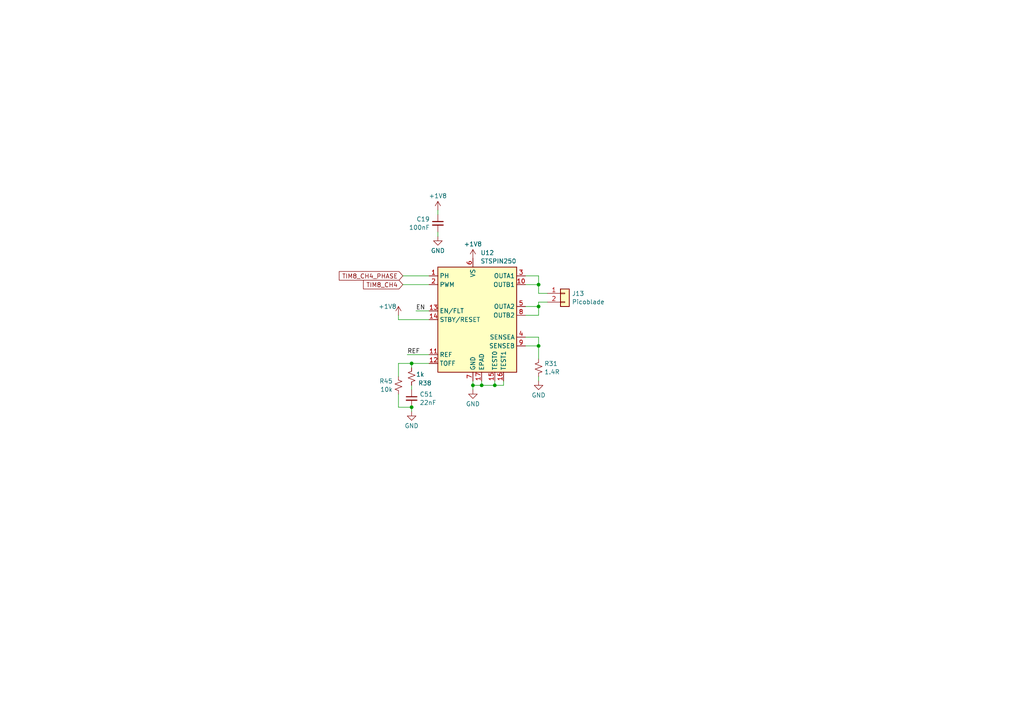
<source format=kicad_sch>
(kicad_sch (version 20230121) (generator eeschema)

  (uuid d3ae3c29-a710-4f7b-94c4-9f99cb159c5b)

  (paper "A4")

  (lib_symbols
    (symbol "Connector_Generic:Conn_01x02" (pin_names (offset 1.016) hide) (in_bom yes) (on_board yes)
      (property "Reference" "J" (at 0 2.54 0)
        (effects (font (size 1.27 1.27)))
      )
      (property "Value" "Conn_01x02" (at 0 -5.08 0)
        (effects (font (size 1.27 1.27)))
      )
      (property "Footprint" "" (at 0 0 0)
        (effects (font (size 1.27 1.27)) hide)
      )
      (property "Datasheet" "~" (at 0 0 0)
        (effects (font (size 1.27 1.27)) hide)
      )
      (property "ki_keywords" "connector" (at 0 0 0)
        (effects (font (size 1.27 1.27)) hide)
      )
      (property "ki_description" "Generic connector, single row, 01x02, script generated (kicad-library-utils/schlib/autogen/connector/)" (at 0 0 0)
        (effects (font (size 1.27 1.27)) hide)
      )
      (property "ki_fp_filters" "Connector*:*_1x??_*" (at 0 0 0)
        (effects (font (size 1.27 1.27)) hide)
      )
      (symbol "Conn_01x02_1_1"
        (rectangle (start -1.27 -2.413) (end 0 -2.667)
          (stroke (width 0.1524) (type default))
          (fill (type none))
        )
        (rectangle (start -1.27 0.127) (end 0 -0.127)
          (stroke (width 0.1524) (type default))
          (fill (type none))
        )
        (rectangle (start -1.27 1.27) (end 1.27 -3.81)
          (stroke (width 0.254) (type default))
          (fill (type background))
        )
        (pin passive line (at -5.08 0 0) (length 3.81)
          (name "Pin_1" (effects (font (size 1.27 1.27))))
          (number "1" (effects (font (size 1.27 1.27))))
        )
        (pin passive line (at -5.08 -2.54 0) (length 3.81)
          (name "Pin_2" (effects (font (size 1.27 1.27))))
          (number "2" (effects (font (size 1.27 1.27))))
        )
      )
    )
    (symbol "Device:C_Small" (pin_numbers hide) (pin_names (offset 0.254) hide) (in_bom yes) (on_board yes)
      (property "Reference" "C" (at 0.254 1.778 0)
        (effects (font (size 1.27 1.27)) (justify left))
      )
      (property "Value" "C_Small" (at 0.254 -2.032 0)
        (effects (font (size 1.27 1.27)) (justify left))
      )
      (property "Footprint" "" (at 0 0 0)
        (effects (font (size 1.27 1.27)) hide)
      )
      (property "Datasheet" "~" (at 0 0 0)
        (effects (font (size 1.27 1.27)) hide)
      )
      (property "ki_keywords" "capacitor cap" (at 0 0 0)
        (effects (font (size 1.27 1.27)) hide)
      )
      (property "ki_description" "Unpolarized capacitor, small symbol" (at 0 0 0)
        (effects (font (size 1.27 1.27)) hide)
      )
      (property "ki_fp_filters" "C_*" (at 0 0 0)
        (effects (font (size 1.27 1.27)) hide)
      )
      (symbol "C_Small_0_1"
        (polyline
          (pts
            (xy -1.524 -0.508)
            (xy 1.524 -0.508)
          )
          (stroke (width 0.3302) (type default))
          (fill (type none))
        )
        (polyline
          (pts
            (xy -1.524 0.508)
            (xy 1.524 0.508)
          )
          (stroke (width 0.3048) (type default))
          (fill (type none))
        )
      )
      (symbol "C_Small_1_1"
        (pin passive line (at 0 2.54 270) (length 2.032)
          (name "~" (effects (font (size 1.27 1.27))))
          (number "1" (effects (font (size 1.27 1.27))))
        )
        (pin passive line (at 0 -2.54 90) (length 2.032)
          (name "~" (effects (font (size 1.27 1.27))))
          (number "2" (effects (font (size 1.27 1.27))))
        )
      )
    )
    (symbol "Device:R_Small_US" (pin_numbers hide) (pin_names (offset 0.254) hide) (in_bom yes) (on_board yes)
      (property "Reference" "R" (at 0.762 0.508 0)
        (effects (font (size 1.27 1.27)) (justify left))
      )
      (property "Value" "R_Small_US" (at 0.762 -1.016 0)
        (effects (font (size 1.27 1.27)) (justify left))
      )
      (property "Footprint" "" (at 0 0 0)
        (effects (font (size 1.27 1.27)) hide)
      )
      (property "Datasheet" "~" (at 0 0 0)
        (effects (font (size 1.27 1.27)) hide)
      )
      (property "ki_keywords" "r resistor" (at 0 0 0)
        (effects (font (size 1.27 1.27)) hide)
      )
      (property "ki_description" "Resistor, small US symbol" (at 0 0 0)
        (effects (font (size 1.27 1.27)) hide)
      )
      (property "ki_fp_filters" "R_*" (at 0 0 0)
        (effects (font (size 1.27 1.27)) hide)
      )
      (symbol "R_Small_US_1_1"
        (polyline
          (pts
            (xy 0 0)
            (xy 1.016 -0.381)
            (xy 0 -0.762)
            (xy -1.016 -1.143)
            (xy 0 -1.524)
          )
          (stroke (width 0) (type default))
          (fill (type none))
        )
        (polyline
          (pts
            (xy 0 1.524)
            (xy 1.016 1.143)
            (xy 0 0.762)
            (xy -1.016 0.381)
            (xy 0 0)
          )
          (stroke (width 0) (type default))
          (fill (type none))
        )
        (pin passive line (at 0 2.54 270) (length 1.016)
          (name "~" (effects (font (size 1.27 1.27))))
          (number "1" (effects (font (size 1.27 1.27))))
        )
        (pin passive line (at 0 -2.54 90) (length 1.016)
          (name "~" (effects (font (size 1.27 1.27))))
          (number "2" (effects (font (size 1.27 1.27))))
        )
      )
    )
    (symbol "components_2:STSPIN250" (in_bom yes) (on_board yes)
      (property "Reference" "U" (at 6.35 21.59 0)
        (effects (font (size 1.27 1.27)))
      )
      (property "Value" "STSPIN250" (at 11.43 19.05 0)
        (effects (font (size 1.27 1.27)))
      )
      (property "Footprint" "" (at 0 24.13 0)
        (effects (font (size 1.27 1.27)) hide)
      )
      (property "Datasheet" "" (at 0 24.13 0)
        (effects (font (size 1.27 1.27)) hide)
      )
      (symbol "STSPIN250_0_1"
        (rectangle (start -10.16 15.24) (end 12.7 -15.24)
          (stroke (width 0.254) (type default))
          (fill (type background))
        )
      )
      (symbol "STSPIN250_1_1"
        (pin input line (at -12.7 12.7 0) (length 2.54)
          (name "PH" (effects (font (size 1.27 1.27))))
          (number "1" (effects (font (size 1.27 1.27))))
        )
        (pin power_out line (at 15.24 10.16 180) (length 2.54)
          (name "OUTB1" (effects (font (size 1.27 1.27))))
          (number "10" (effects (font (size 1.27 1.27))))
        )
        (pin input line (at -12.7 -10.16 0) (length 2.54)
          (name "REF" (effects (font (size 1.27 1.27))))
          (number "11" (effects (font (size 1.27 1.27))))
        )
        (pin input line (at -12.7 -12.7 0) (length 2.54)
          (name "TOFF" (effects (font (size 1.27 1.27))))
          (number "12" (effects (font (size 1.27 1.27))))
        )
        (pin bidirectional line (at -12.7 2.54 0) (length 2.54)
          (name "EN/FLT" (effects (font (size 1.27 1.27))))
          (number "13" (effects (font (size 1.27 1.27))))
        )
        (pin input line (at -12.7 0 0) (length 2.54)
          (name "STBY/RESET" (effects (font (size 1.27 1.27))))
          (number "14" (effects (font (size 1.27 1.27))))
        )
        (pin input line (at 6.35 -17.78 90) (length 2.54)
          (name "TEST0" (effects (font (size 1.27 1.27))))
          (number "15" (effects (font (size 1.27 1.27))))
        )
        (pin input line (at 8.89 -17.78 90) (length 2.54)
          (name "TEST1" (effects (font (size 1.27 1.27))))
          (number "16" (effects (font (size 1.27 1.27))))
        )
        (pin power_in line (at 2.54 -17.78 90) (length 2.54)
          (name "EPAD" (effects (font (size 1.27 1.27))))
          (number "17" (effects (font (size 1.27 1.27))))
        )
        (pin input line (at -12.7 10.16 0) (length 2.54)
          (name "PWM" (effects (font (size 1.27 1.27))))
          (number "2" (effects (font (size 1.27 1.27))))
        )
        (pin power_out line (at 15.24 12.7 180) (length 2.54)
          (name "OUTA1" (effects (font (size 1.27 1.27))))
          (number "3" (effects (font (size 1.27 1.27))))
        )
        (pin power_out line (at 15.24 -5.08 180) (length 2.54)
          (name "SENSEA" (effects (font (size 1.27 1.27))))
          (number "4" (effects (font (size 1.27 1.27))))
        )
        (pin power_out line (at 15.24 3.81 180) (length 2.54)
          (name "OUTA2" (effects (font (size 1.27 1.27))))
          (number "5" (effects (font (size 1.27 1.27))))
        )
        (pin power_in line (at 0 17.78 270) (length 2.54)
          (name "VS" (effects (font (size 1.27 1.27))))
          (number "6" (effects (font (size 1.27 1.27))))
        )
        (pin power_in line (at 0 -17.78 90) (length 2.54)
          (name "GND" (effects (font (size 1.27 1.27))))
          (number "7" (effects (font (size 1.27 1.27))))
        )
        (pin power_out line (at 15.24 1.27 180) (length 2.54)
          (name "OUTB2" (effects (font (size 1.27 1.27))))
          (number "8" (effects (font (size 1.27 1.27))))
        )
        (pin power_out line (at 15.24 -7.62 180) (length 2.54)
          (name "SENSEB" (effects (font (size 1.27 1.27))))
          (number "9" (effects (font (size 1.27 1.27))))
        )
      )
    )
    (symbol "power:+1V8" (power) (pin_names (offset 0)) (in_bom yes) (on_board yes)
      (property "Reference" "#PWR" (at 0 -3.81 0)
        (effects (font (size 1.27 1.27)) hide)
      )
      (property "Value" "+1V8" (at 0 3.556 0)
        (effects (font (size 1.27 1.27)))
      )
      (property "Footprint" "" (at 0 0 0)
        (effects (font (size 1.27 1.27)) hide)
      )
      (property "Datasheet" "" (at 0 0 0)
        (effects (font (size 1.27 1.27)) hide)
      )
      (property "ki_keywords" "global power" (at 0 0 0)
        (effects (font (size 1.27 1.27)) hide)
      )
      (property "ki_description" "Power symbol creates a global label with name \"+1V8\"" (at 0 0 0)
        (effects (font (size 1.27 1.27)) hide)
      )
      (symbol "+1V8_0_1"
        (polyline
          (pts
            (xy -0.762 1.27)
            (xy 0 2.54)
          )
          (stroke (width 0) (type default))
          (fill (type none))
        )
        (polyline
          (pts
            (xy 0 0)
            (xy 0 2.54)
          )
          (stroke (width 0) (type default))
          (fill (type none))
        )
        (polyline
          (pts
            (xy 0 2.54)
            (xy 0.762 1.27)
          )
          (stroke (width 0) (type default))
          (fill (type none))
        )
      )
      (symbol "+1V8_1_1"
        (pin power_in line (at 0 0 90) (length 0) hide
          (name "+1V8" (effects (font (size 1.27 1.27))))
          (number "1" (effects (font (size 1.27 1.27))))
        )
      )
    )
    (symbol "power:GND" (power) (pin_names (offset 0)) (in_bom yes) (on_board yes)
      (property "Reference" "#PWR" (at 0 -6.35 0)
        (effects (font (size 1.27 1.27)) hide)
      )
      (property "Value" "GND" (at 0 -3.81 0)
        (effects (font (size 1.27 1.27)))
      )
      (property "Footprint" "" (at 0 0 0)
        (effects (font (size 1.27 1.27)) hide)
      )
      (property "Datasheet" "" (at 0 0 0)
        (effects (font (size 1.27 1.27)) hide)
      )
      (property "ki_keywords" "global power" (at 0 0 0)
        (effects (font (size 1.27 1.27)) hide)
      )
      (property "ki_description" "Power symbol creates a global label with name \"GND\" , ground" (at 0 0 0)
        (effects (font (size 1.27 1.27)) hide)
      )
      (symbol "GND_0_1"
        (polyline
          (pts
            (xy 0 0)
            (xy 0 -1.27)
            (xy 1.27 -1.27)
            (xy 0 -2.54)
            (xy -1.27 -1.27)
            (xy 0 -1.27)
          )
          (stroke (width 0) (type default))
          (fill (type none))
        )
      )
      (symbol "GND_1_1"
        (pin power_in line (at 0 0 270) (length 0) hide
          (name "GND" (effects (font (size 1.27 1.27))))
          (number "1" (effects (font (size 1.27 1.27))))
        )
      )
    )
  )

  (junction (at 156.21 88.9) (diameter 0) (color 0 0 0 0)
    (uuid 434cb4db-e008-497a-ac75-29356549856d)
  )
  (junction (at 156.21 82.55) (diameter 0) (color 0 0 0 0)
    (uuid 73c65292-b353-4b6d-8478-edeff7afb8c7)
  )
  (junction (at 119.38 118.11) (diameter 0) (color 0 0 0 0)
    (uuid 94b6b8c9-8047-4795-9a9c-fb7cd95c839f)
  )
  (junction (at 156.21 100.33) (diameter 0) (color 0 0 0 0)
    (uuid a7a6fb4e-42d6-42a7-bbf0-d6c88e0348fa)
  )
  (junction (at 143.51 111.76) (diameter 0) (color 0 0 0 0)
    (uuid b3b1cf1f-3840-4d7e-9047-79997c3d87d6)
  )
  (junction (at 137.16 111.76) (diameter 0) (color 0 0 0 0)
    (uuid cbccabf5-514d-4f33-a5e2-8afd2e5196d0)
  )
  (junction (at 119.38 105.41) (diameter 0) (color 0 0 0 0)
    (uuid e8e8b19e-38ee-46f6-abe7-2eb9415a0c45)
  )
  (junction (at 139.7 111.76) (diameter 0) (color 0 0 0 0)
    (uuid ef668624-f822-4384-8bde-da48dda47b2b)
  )

  (wire (pts (xy 158.75 87.63) (xy 156.21 87.63))
    (stroke (width 0) (type default))
    (uuid 03cd1acd-860c-41b6-a0cf-6e5051d36e0a)
  )
  (wire (pts (xy 119.38 119.38) (xy 119.38 118.11))
    (stroke (width 0) (type default))
    (uuid 0b449ecc-9c82-4820-8698-d2d4d1a6b484)
  )
  (wire (pts (xy 152.4 91.44) (xy 156.21 91.44))
    (stroke (width 0) (type default))
    (uuid 0eadbab4-a729-4a40-b7f8-df60fec4a64f)
  )
  (wire (pts (xy 115.57 92.71) (xy 124.46 92.71))
    (stroke (width 0) (type default))
    (uuid 0f466d35-9b0b-4ceb-b8cd-ea19adb3e898)
  )
  (wire (pts (xy 143.51 111.76) (xy 143.51 110.49))
    (stroke (width 0) (type default))
    (uuid 19da91f9-6a5f-48be-9fcf-aa2467619f8e)
  )
  (wire (pts (xy 156.21 100.33) (xy 156.21 104.14))
    (stroke (width 0) (type default))
    (uuid 1b9f4e11-f494-4182-b389-bc772a267783)
  )
  (wire (pts (xy 115.57 105.41) (xy 119.38 105.41))
    (stroke (width 0) (type default))
    (uuid 20724527-7776-4670-b0cc-9f7d650e952e)
  )
  (wire (pts (xy 156.21 97.79) (xy 156.21 100.33))
    (stroke (width 0) (type default))
    (uuid 23522f3e-82c7-4660-bf36-698bed9ff747)
  )
  (wire (pts (xy 115.57 105.41) (xy 115.57 109.22))
    (stroke (width 0) (type default))
    (uuid 266f7f8c-85f0-4bfc-ac14-3e43d1278dbb)
  )
  (wire (pts (xy 118.11 102.87) (xy 124.46 102.87))
    (stroke (width 0) (type default))
    (uuid 281cc014-5e66-4632-bf75-9540f4ceba37)
  )
  (wire (pts (xy 139.7 111.76) (xy 143.51 111.76))
    (stroke (width 0) (type default))
    (uuid 2c7a6d3a-27d4-47e9-a4c8-a2f54c3346dd)
  )
  (wire (pts (xy 115.57 91.44) (xy 115.57 92.71))
    (stroke (width 0) (type default))
    (uuid 2e373b68-696b-43be-8c67-9f63ce48e298)
  )
  (wire (pts (xy 119.38 111.76) (xy 119.38 113.03))
    (stroke (width 0) (type default))
    (uuid 2e7aa4f7-2f59-45c0-9c9e-df1fa5d386ac)
  )
  (wire (pts (xy 116.84 82.55) (xy 124.46 82.55))
    (stroke (width 0) (type default))
    (uuid 3d076b8e-7907-4b0e-b5bc-dc7dd7e24d2b)
  )
  (wire (pts (xy 156.21 88.9) (xy 156.21 91.44))
    (stroke (width 0) (type default))
    (uuid 445ea813-6607-4352-8695-0473fe659a8a)
  )
  (wire (pts (xy 137.16 111.76) (xy 137.16 113.03))
    (stroke (width 0) (type default))
    (uuid 45a19862-9131-4617-be6d-7f257a3c5054)
  )
  (wire (pts (xy 139.7 111.76) (xy 139.7 110.49))
    (stroke (width 0) (type default))
    (uuid 487c0dd1-8201-4f33-b8f2-393144b038f8)
  )
  (wire (pts (xy 146.05 111.76) (xy 146.05 110.49))
    (stroke (width 0) (type default))
    (uuid 4ce01599-ccbc-4594-b42d-d099858787a8)
  )
  (wire (pts (xy 137.16 110.49) (xy 137.16 111.76))
    (stroke (width 0) (type default))
    (uuid 603a7429-cd78-4607-ab5d-caf3dfa7385e)
  )
  (wire (pts (xy 156.21 85.09) (xy 158.75 85.09))
    (stroke (width 0) (type default))
    (uuid 6d3e1bae-fd32-4e05-b28b-78396ec183c2)
  )
  (wire (pts (xy 116.84 80.01) (xy 124.46 80.01))
    (stroke (width 0) (type default))
    (uuid 70494ad2-548e-4409-a81a-0f6deb4f755f)
  )
  (wire (pts (xy 127 67.31) (xy 127 68.58))
    (stroke (width 0) (type default))
    (uuid 78851fe2-9688-4dbc-9a81-e27ce981c1f3)
  )
  (wire (pts (xy 156.21 82.55) (xy 156.21 85.09))
    (stroke (width 0) (type default))
    (uuid 815d45b0-8540-4fa8-8a69-4ab3476e3638)
  )
  (wire (pts (xy 152.4 82.55) (xy 156.21 82.55))
    (stroke (width 0) (type default))
    (uuid 911ea3c5-c522-48e4-b8b7-ffe02eb55a93)
  )
  (wire (pts (xy 143.51 111.76) (xy 146.05 111.76))
    (stroke (width 0) (type default))
    (uuid 91d6b792-46f7-47f9-91e4-44f1397bc96d)
  )
  (wire (pts (xy 152.4 97.79) (xy 156.21 97.79))
    (stroke (width 0) (type default))
    (uuid a13d80eb-dd9f-4a70-b224-482e1c96e3df)
  )
  (wire (pts (xy 156.21 88.9) (xy 152.4 88.9))
    (stroke (width 0) (type default))
    (uuid a660deba-e634-41a5-9be9-1acdd54ca362)
  )
  (wire (pts (xy 152.4 100.33) (xy 156.21 100.33))
    (stroke (width 0) (type default))
    (uuid b7184f51-76fc-4818-af53-3af825e81bd1)
  )
  (wire (pts (xy 115.57 118.11) (xy 119.38 118.11))
    (stroke (width 0) (type default))
    (uuid c318da2f-fddf-4636-993e-5bc7cca1beac)
  )
  (wire (pts (xy 156.21 80.01) (xy 156.21 82.55))
    (stroke (width 0) (type default))
    (uuid df2ba190-63ee-43e9-80ec-603bc7b1877f)
  )
  (wire (pts (xy 137.16 111.76) (xy 139.7 111.76))
    (stroke (width 0) (type default))
    (uuid e3059f48-6eba-4772-a1e5-7160201bb03c)
  )
  (wire (pts (xy 120.65 90.17) (xy 124.46 90.17))
    (stroke (width 0) (type default))
    (uuid e9a31b84-fa76-47dc-b181-4530f0359c14)
  )
  (wire (pts (xy 156.21 109.22) (xy 156.21 110.49))
    (stroke (width 0) (type default))
    (uuid eb020714-22ff-400a-b95c-78631cd48784)
  )
  (wire (pts (xy 119.38 105.41) (xy 119.38 106.68))
    (stroke (width 0) (type default))
    (uuid f1eb8655-58c5-4a22-8f79-c4cc1f1bf9d1)
  )
  (wire (pts (xy 127 60.96) (xy 127 62.23))
    (stroke (width 0) (type default))
    (uuid f720122c-4380-418b-9614-9675d2e484e4)
  )
  (wire (pts (xy 115.57 114.3) (xy 115.57 118.11))
    (stroke (width 0) (type default))
    (uuid f7316a7e-2476-4819-8fb7-96fb7a77e1e5)
  )
  (wire (pts (xy 119.38 105.41) (xy 124.46 105.41))
    (stroke (width 0) (type default))
    (uuid f7a28afd-0294-4a52-a35d-87b0cb052b0f)
  )
  (wire (pts (xy 156.21 87.63) (xy 156.21 88.9))
    (stroke (width 0) (type default))
    (uuid fd07932c-b6c9-4dc1-bdde-48111e3bddea)
  )
  (wire (pts (xy 152.4 80.01) (xy 156.21 80.01))
    (stroke (width 0) (type default))
    (uuid fd3999ed-52e0-460b-b2ea-b4287d468792)
  )

  (label "REF" (at 118.11 102.87 0) (fields_autoplaced)
    (effects (font (size 1.27 1.27)) (justify left bottom))
    (uuid 628b10f0-1978-4e01-9101-0252ddf2d5a9)
  )
  (label "EN" (at 120.65 90.17 0) (fields_autoplaced)
    (effects (font (size 1.27 1.27)) (justify left bottom))
    (uuid cc3ae181-a2dc-4730-89a8-d239b9afe088)
  )

  (global_label "TIM8_CH4_PHASE" (shape input) (at 116.84 80.01 180) (fields_autoplaced)
    (effects (font (size 1.27 1.27)) (justify right))
    (uuid 135f28c6-5962-4084-879f-60ab4c8cfb80)
    (property "Intersheetrefs" "${INTERSHEET_REFS}" (at 97.8287 80.01 0)
      (effects (font (size 1.27 1.27)) (justify right) hide)
    )
  )
  (global_label "TIM8_CH4" (shape input) (at 116.84 82.55 180) (fields_autoplaced)
    (effects (font (size 1.27 1.27)) (justify right))
    (uuid f3fe18fd-dd77-4db8-82f7-076e6f7f8867)
    (property "Intersheetrefs" "${INTERSHEET_REFS}" (at 104.8439 82.55 0)
      (effects (font (size 1.27 1.27)) (justify right) hide)
    )
  )

  (symbol (lib_id "components_2:STSPIN250") (at 137.16 92.71 0) (unit 1)
    (in_bom yes) (on_board yes) (dnp no) (fields_autoplaced)
    (uuid 19eeca92-6ca8-4a31-b672-8fde65669788)
    (property "Reference" "U12" (at 139.3541 73.3257 0)
      (effects (font (size 1.27 1.27)) (justify left))
    )
    (property "Value" "STSPIN250" (at 139.3541 75.7499 0)
      (effects (font (size 1.27 1.27)) (justify left))
    )
    (property "Footprint" "Ultra_librarian:VFQFPN16_STSPIN_STM" (at 137.16 68.58 0)
      (effects (font (size 1.27 1.27)) hide)
    )
    (property "Datasheet" "" (at 137.16 68.58 0)
      (effects (font (size 1.27 1.27)) hide)
    )
    (property "LCSC" "C155561" (at 137.16 92.71 0)
      (effects (font (size 1.27 1.27)) hide)
    )
    (pin "1" (uuid e46c6c14-ad89-41e7-8adc-19629b9363a5))
    (pin "10" (uuid 97811da0-6c20-4a56-8acc-ede948d652a4))
    (pin "11" (uuid 6cd8da83-5e41-42b5-9795-1502d753ce59))
    (pin "12" (uuid 5072d2bc-849c-45b0-86a6-f246efd8c396))
    (pin "13" (uuid 4e2c5edb-598c-4673-981e-bcf1a29386c7))
    (pin "14" (uuid ed236e16-818c-40c0-8947-e853eeccb1af))
    (pin "15" (uuid 027bc0af-25d8-4ee4-b50a-e4daa7fb83c4))
    (pin "16" (uuid 1f78152d-2d05-4851-8d13-4c6d33a2c056))
    (pin "17" (uuid 2a41c778-4014-4d8b-a467-265f45364098))
    (pin "2" (uuid d0ed151e-5bd0-4e9e-9f18-83566a9c2c95))
    (pin "3" (uuid e5cded07-f179-4277-acae-df617063fae1))
    (pin "4" (uuid 7dcbdaa4-9ce3-441b-bc2b-1453d2e23489))
    (pin "5" (uuid 73c7dc44-4717-45ba-9c72-8d83ddba3050))
    (pin "6" (uuid b625d927-c8b1-4d35-b443-f77956de00b2))
    (pin "7" (uuid fac90f5f-7773-4d00-a29d-cf122037bab4))
    (pin "8" (uuid a5d3c886-c924-40c6-89f2-10d7a9adb180))
    (pin "9" (uuid 917c6d82-403f-49be-8bb7-e6186ace1d0d))
    (instances
      (project "KASM_PCB_REV1"
        (path "/bcd76057-59fd-41c5-bb52-9bafb2ef74e0/04e958db-aa3d-41e7-905b-1283accbf3a5"
          (reference "U12") (unit 1)
        )
        (path "/bcd76057-59fd-41c5-bb52-9bafb2ef74e0/04e958db-aa3d-41e7-905b-1283accbf3a5/18dc00ae-3159-4780-b672-12977f79e5ac"
          (reference "U5") (unit 1)
        )
        (path "/bcd76057-59fd-41c5-bb52-9bafb2ef74e0/04e958db-aa3d-41e7-905b-1283accbf3a5/0e4a8bf2-0dd0-4daf-93f5-21aaab6e9079"
          (reference "U12") (unit 1)
        )
        (path "/bcd76057-59fd-41c5-bb52-9bafb2ef74e0/04e958db-aa3d-41e7-905b-1283accbf3a5/fa3e3175-0ec2-4c23-918b-18b69f6d22c9"
          (reference "U7") (unit 1)
        )
        (path "/bcd76057-59fd-41c5-bb52-9bafb2ef74e0/04e958db-aa3d-41e7-905b-1283accbf3a5/5eb57887-e81e-4477-9dd7-7aacc0de0d0b"
          (reference "U34") (unit 1)
        )
        (path "/bcd76057-59fd-41c5-bb52-9bafb2ef74e0/04e958db-aa3d-41e7-905b-1283accbf3a5/e0928f68-e618-4bed-a90d-d4217e4537fe"
          (reference "U35") (unit 1)
        )
        (path "/bcd76057-59fd-41c5-bb52-9bafb2ef74e0/04e958db-aa3d-41e7-905b-1283accbf3a5/035548b8-a31f-4ce4-88ad-eb25e49c8086"
          (reference "U36") (unit 1)
        )
        (path "/bcd76057-59fd-41c5-bb52-9bafb2ef74e0/04e958db-aa3d-41e7-905b-1283accbf3a5/ea7abcee-3bcc-4e0d-ba1f-bfc5afeaff56"
          (reference "U37") (unit 1)
        )
        (path "/bcd76057-59fd-41c5-bb52-9bafb2ef74e0/04e958db-aa3d-41e7-905b-1283accbf3a5/d43b2610-0e88-49f5-accf-91021c3a3747"
          (reference "U38") (unit 1)
        )
        (path "/bcd76057-59fd-41c5-bb52-9bafb2ef74e0/04e958db-aa3d-41e7-905b-1283accbf3a5/183aa310-3222-4137-baac-257f5699b820"
          (reference "U39") (unit 1)
        )
        (path "/bcd76057-59fd-41c5-bb52-9bafb2ef74e0/04e958db-aa3d-41e7-905b-1283accbf3a5/517c7ed0-094c-4bf8-893e-b74da427973a"
          (reference "U40") (unit 1)
        )
        (path "/bcd76057-59fd-41c5-bb52-9bafb2ef74e0/04e958db-aa3d-41e7-905b-1283accbf3a5/31bee4a8-b94d-44ab-a7b7-0e5ab7943934"
          (reference "U41") (unit 1)
        )
        (path "/bcd76057-59fd-41c5-bb52-9bafb2ef74e0/04e958db-aa3d-41e7-905b-1283accbf3a5/3c7f0f67-84e4-46e0-ae69-a3c8008fc518"
          (reference "U42") (unit 1)
        )
        (path "/bcd76057-59fd-41c5-bb52-9bafb2ef74e0/04e958db-aa3d-41e7-905b-1283accbf3a5/09624144-9abc-4214-b8b3-19be92fa01bb"
          (reference "U43") (unit 1)
        )
        (path "/bcd76057-59fd-41c5-bb52-9bafb2ef74e0/04e958db-aa3d-41e7-905b-1283accbf3a5/debcf873-ffd9-4218-a838-354e10f40114"
          (reference "U44") (unit 1)
        )
        (path "/bcd76057-59fd-41c5-bb52-9bafb2ef74e0/04e958db-aa3d-41e7-905b-1283accbf3a5/f3d20732-cdac-44e3-a331-3cd31b97ff57"
          (reference "U45") (unit 1)
        )
        (path "/bcd76057-59fd-41c5-bb52-9bafb2ef74e0/04e958db-aa3d-41e7-905b-1283accbf3a5/d282b751-7721-4014-b2b7-469980c2fd3d"
          (reference "U46") (unit 1)
        )
        (path "/bcd76057-59fd-41c5-bb52-9bafb2ef74e0/04e958db-aa3d-41e7-905b-1283accbf3a5/2f342150-1aa1-4808-811e-c8652a7360ed"
          (reference "U47") (unit 1)
        )
        (path "/bcd76057-59fd-41c5-bb52-9bafb2ef74e0/04e958db-aa3d-41e7-905b-1283accbf3a5/880b3b36-85e8-4c3c-aa09-491ac2842d9f"
          (reference "U48") (unit 1)
        )
        (path "/bcd76057-59fd-41c5-bb52-9bafb2ef74e0/04e958db-aa3d-41e7-905b-1283accbf3a5/a00a6dc6-5da7-4e1f-b4ec-6af8efc204f4"
          (reference "U49") (unit 1)
        )
        (path "/bcd76057-59fd-41c5-bb52-9bafb2ef74e0/04e958db-aa3d-41e7-905b-1283accbf3a5/fb97f32a-344e-42d0-80a3-2f30f649c95b"
          (reference "U50") (unit 1)
        )
        (path "/bcd76057-59fd-41c5-bb52-9bafb2ef74e0/04e958db-aa3d-41e7-905b-1283accbf3a5/758d2951-640e-4c88-be12-1a100eb086a5"
          (reference "U51") (unit 1)
        )
        (path "/bcd76057-59fd-41c5-bb52-9bafb2ef74e0/04e958db-aa3d-41e7-905b-1283accbf3a5/1e6d7f69-4122-453e-9254-d2339f5150d7"
          (reference "U52") (unit 1)
        )
        (path "/bcd76057-59fd-41c5-bb52-9bafb2ef74e0/04e958db-aa3d-41e7-905b-1283accbf3a5/b1894ed9-6a63-4439-a2e8-1827c3e49ee7"
          (reference "U54") (unit 1)
        )
        (path "/bcd76057-59fd-41c5-bb52-9bafb2ef74e0/04e958db-aa3d-41e7-905b-1283accbf3a5/a49d49c7-da1f-4137-a620-bdc9f58595d1"
          (reference "U55") (unit 1)
        )
        (path "/bcd76057-59fd-41c5-bb52-9bafb2ef74e0/04e958db-aa3d-41e7-905b-1283accbf3a5/80cd4e08-0efe-488f-8e92-54beb1b4d1f2"
          (reference "U56") (unit 1)
        )
        (path "/bcd76057-59fd-41c5-bb52-9bafb2ef74e0/04e958db-aa3d-41e7-905b-1283accbf3a5/317da025-5f62-4c93-8d06-7954e608af1c"
          (reference "U57") (unit 1)
        )
        (path "/bcd76057-59fd-41c5-bb52-9bafb2ef74e0/04e958db-aa3d-41e7-905b-1283accbf3a5/cc8e9e82-b38f-4c96-81d0-3ca8ac77f771"
          (reference "U53") (unit 1)
        )
      )
    )
  )

  (symbol (lib_id "power:GND") (at 119.38 119.38 0) (unit 1)
    (in_bom yes) (on_board yes) (dnp no)
    (uuid 1b560aea-f1d1-4242-9055-9226e0b1f112)
    (property "Reference" "#PWR0113" (at 119.38 125.73 0)
      (effects (font (size 1.27 1.27)) hide)
    )
    (property "Value" "GND" (at 119.38 123.5131 0)
      (effects (font (size 1.27 1.27)))
    )
    (property "Footprint" "" (at 119.38 119.38 0)
      (effects (font (size 1.27 1.27)) hide)
    )
    (property "Datasheet" "" (at 119.38 119.38 0)
      (effects (font (size 1.27 1.27)) hide)
    )
    (pin "1" (uuid 4637a27a-c5c6-4311-b6dc-3fecae4bd51a))
    (instances
      (project "KASM_PCB_REV1"
        (path "/bcd76057-59fd-41c5-bb52-9bafb2ef74e0/04e958db-aa3d-41e7-905b-1283accbf3a5"
          (reference "#PWR0113") (unit 1)
        )
        (path "/bcd76057-59fd-41c5-bb52-9bafb2ef74e0/04e958db-aa3d-41e7-905b-1283accbf3a5/18dc00ae-3159-4780-b672-12977f79e5ac"
          (reference "#PWR0106") (unit 1)
        )
        (path "/bcd76057-59fd-41c5-bb52-9bafb2ef74e0/04e958db-aa3d-41e7-905b-1283accbf3a5/0e4a8bf2-0dd0-4daf-93f5-21aaab6e9079"
          (reference "#PWR0262") (unit 1)
        )
        (path "/bcd76057-59fd-41c5-bb52-9bafb2ef74e0/04e958db-aa3d-41e7-905b-1283accbf3a5/fa3e3175-0ec2-4c23-918b-18b69f6d22c9"
          (reference "#PWR0108") (unit 1)
        )
        (path "/bcd76057-59fd-41c5-bb52-9bafb2ef74e0/04e958db-aa3d-41e7-905b-1283accbf3a5/5eb57887-e81e-4477-9dd7-7aacc0de0d0b"
          (reference "#PWR0269") (unit 1)
        )
        (path "/bcd76057-59fd-41c5-bb52-9bafb2ef74e0/04e958db-aa3d-41e7-905b-1283accbf3a5/e0928f68-e618-4bed-a90d-d4217e4537fe"
          (reference "#PWR0276") (unit 1)
        )
        (path "/bcd76057-59fd-41c5-bb52-9bafb2ef74e0/04e958db-aa3d-41e7-905b-1283accbf3a5/035548b8-a31f-4ce4-88ad-eb25e49c8086"
          (reference "#PWR0283") (unit 1)
        )
        (path "/bcd76057-59fd-41c5-bb52-9bafb2ef74e0/04e958db-aa3d-41e7-905b-1283accbf3a5/ea7abcee-3bcc-4e0d-ba1f-bfc5afeaff56"
          (reference "#PWR0290") (unit 1)
        )
        (path "/bcd76057-59fd-41c5-bb52-9bafb2ef74e0/04e958db-aa3d-41e7-905b-1283accbf3a5/d43b2610-0e88-49f5-accf-91021c3a3747"
          (reference "#PWR0297") (unit 1)
        )
        (path "/bcd76057-59fd-41c5-bb52-9bafb2ef74e0/04e958db-aa3d-41e7-905b-1283accbf3a5/183aa310-3222-4137-baac-257f5699b820"
          (reference "#PWR0304") (unit 1)
        )
        (path "/bcd76057-59fd-41c5-bb52-9bafb2ef74e0/04e958db-aa3d-41e7-905b-1283accbf3a5/517c7ed0-094c-4bf8-893e-b74da427973a"
          (reference "#PWR0311") (unit 1)
        )
        (path "/bcd76057-59fd-41c5-bb52-9bafb2ef74e0/04e958db-aa3d-41e7-905b-1283accbf3a5/31bee4a8-b94d-44ab-a7b7-0e5ab7943934"
          (reference "#PWR0318") (unit 1)
        )
        (path "/bcd76057-59fd-41c5-bb52-9bafb2ef74e0/04e958db-aa3d-41e7-905b-1283accbf3a5/3c7f0f67-84e4-46e0-ae69-a3c8008fc518"
          (reference "#PWR0325") (unit 1)
        )
        (path "/bcd76057-59fd-41c5-bb52-9bafb2ef74e0/04e958db-aa3d-41e7-905b-1283accbf3a5/09624144-9abc-4214-b8b3-19be92fa01bb"
          (reference "#PWR0332") (unit 1)
        )
        (path "/bcd76057-59fd-41c5-bb52-9bafb2ef74e0/04e958db-aa3d-41e7-905b-1283accbf3a5/debcf873-ffd9-4218-a838-354e10f40114"
          (reference "#PWR0339") (unit 1)
        )
        (path "/bcd76057-59fd-41c5-bb52-9bafb2ef74e0/04e958db-aa3d-41e7-905b-1283accbf3a5/f3d20732-cdac-44e3-a331-3cd31b97ff57"
          (reference "#PWR0346") (unit 1)
        )
        (path "/bcd76057-59fd-41c5-bb52-9bafb2ef74e0/04e958db-aa3d-41e7-905b-1283accbf3a5/d282b751-7721-4014-b2b7-469980c2fd3d"
          (reference "#PWR0353") (unit 1)
        )
        (path "/bcd76057-59fd-41c5-bb52-9bafb2ef74e0/04e958db-aa3d-41e7-905b-1283accbf3a5/2f342150-1aa1-4808-811e-c8652a7360ed"
          (reference "#PWR0360") (unit 1)
        )
        (path "/bcd76057-59fd-41c5-bb52-9bafb2ef74e0/04e958db-aa3d-41e7-905b-1283accbf3a5/880b3b36-85e8-4c3c-aa09-491ac2842d9f"
          (reference "#PWR0367") (unit 1)
        )
        (path "/bcd76057-59fd-41c5-bb52-9bafb2ef74e0/04e958db-aa3d-41e7-905b-1283accbf3a5/a00a6dc6-5da7-4e1f-b4ec-6af8efc204f4"
          (reference "#PWR0374") (unit 1)
        )
        (path "/bcd76057-59fd-41c5-bb52-9bafb2ef74e0/04e958db-aa3d-41e7-905b-1283accbf3a5/fb97f32a-344e-42d0-80a3-2f30f649c95b"
          (reference "#PWR0381") (unit 1)
        )
        (path "/bcd76057-59fd-41c5-bb52-9bafb2ef74e0/04e958db-aa3d-41e7-905b-1283accbf3a5/758d2951-640e-4c88-be12-1a100eb086a5"
          (reference "#PWR0388") (unit 1)
        )
        (path "/bcd76057-59fd-41c5-bb52-9bafb2ef74e0/04e958db-aa3d-41e7-905b-1283accbf3a5/1e6d7f69-4122-453e-9254-d2339f5150d7"
          (reference "#PWR0395") (unit 1)
        )
        (path "/bcd76057-59fd-41c5-bb52-9bafb2ef74e0/04e958db-aa3d-41e7-905b-1283accbf3a5/b1894ed9-6a63-4439-a2e8-1827c3e49ee7"
          (reference "#PWR0409") (unit 1)
        )
        (path "/bcd76057-59fd-41c5-bb52-9bafb2ef74e0/04e958db-aa3d-41e7-905b-1283accbf3a5/a49d49c7-da1f-4137-a620-bdc9f58595d1"
          (reference "#PWR0416") (unit 1)
        )
        (path "/bcd76057-59fd-41c5-bb52-9bafb2ef74e0/04e958db-aa3d-41e7-905b-1283accbf3a5/80cd4e08-0efe-488f-8e92-54beb1b4d1f2"
          (reference "#PWR0423") (unit 1)
        )
        (path "/bcd76057-59fd-41c5-bb52-9bafb2ef74e0/04e958db-aa3d-41e7-905b-1283accbf3a5/317da025-5f62-4c93-8d06-7954e608af1c"
          (reference "#PWR0430") (unit 1)
        )
        (path "/bcd76057-59fd-41c5-bb52-9bafb2ef74e0/04e958db-aa3d-41e7-905b-1283accbf3a5/cc8e9e82-b38f-4c96-81d0-3ca8ac77f771"
          (reference "#PWR0402") (unit 1)
        )
      )
    )
  )

  (symbol (lib_id "Device:R_Small_US") (at 115.57 111.76 0) (unit 1)
    (in_bom yes) (on_board yes) (dnp no)
    (uuid 1c0f638b-f20f-4b2e-b1b4-83a656ba64a2)
    (property "Reference" "R45" (at 113.919 110.5479 0)
      (effects (font (size 1.27 1.27)) (justify right))
    )
    (property "Value" "10k" (at 113.919 112.9721 0)
      (effects (font (size 1.27 1.27)) (justify right))
    )
    (property "Footprint" "Resistor_SMD:R_0402_1005Metric" (at 115.57 111.76 0)
      (effects (font (size 1.27 1.27)) hide)
    )
    (property "Datasheet" "~" (at 115.57 111.76 0)
      (effects (font (size 1.27 1.27)) hide)
    )
    (property "LCSC" "C25744" (at 115.57 111.76 0)
      (effects (font (size 1.27 1.27)) hide)
    )
    (pin "1" (uuid 32b177db-daf9-4a6b-9c8f-4c4a6aa2c23e))
    (pin "2" (uuid 07fe93d4-1469-4ba6-a4b1-0eeff5425a0e))
    (instances
      (project "KASM_PCB_REV1"
        (path "/bcd76057-59fd-41c5-bb52-9bafb2ef74e0/04e958db-aa3d-41e7-905b-1283accbf3a5"
          (reference "R45") (unit 1)
        )
        (path "/bcd76057-59fd-41c5-bb52-9bafb2ef74e0/04e958db-aa3d-41e7-905b-1283accbf3a5/18dc00ae-3159-4780-b672-12977f79e5ac"
          (reference "R45") (unit 1)
        )
        (path "/bcd76057-59fd-41c5-bb52-9bafb2ef74e0/04e958db-aa3d-41e7-905b-1283accbf3a5/0e4a8bf2-0dd0-4daf-93f5-21aaab6e9079"
          (reference "R110") (unit 1)
        )
        (path "/bcd76057-59fd-41c5-bb52-9bafb2ef74e0/04e958db-aa3d-41e7-905b-1283accbf3a5/fa3e3175-0ec2-4c23-918b-18b69f6d22c9"
          (reference "R40") (unit 1)
        )
        (path "/bcd76057-59fd-41c5-bb52-9bafb2ef74e0/04e958db-aa3d-41e7-905b-1283accbf3a5/5eb57887-e81e-4477-9dd7-7aacc0de0d0b"
          (reference "R113") (unit 1)
        )
        (path "/bcd76057-59fd-41c5-bb52-9bafb2ef74e0/04e958db-aa3d-41e7-905b-1283accbf3a5/e0928f68-e618-4bed-a90d-d4217e4537fe"
          (reference "R116") (unit 1)
        )
        (path "/bcd76057-59fd-41c5-bb52-9bafb2ef74e0/04e958db-aa3d-41e7-905b-1283accbf3a5/035548b8-a31f-4ce4-88ad-eb25e49c8086"
          (reference "R119") (unit 1)
        )
        (path "/bcd76057-59fd-41c5-bb52-9bafb2ef74e0/04e958db-aa3d-41e7-905b-1283accbf3a5/ea7abcee-3bcc-4e0d-ba1f-bfc5afeaff56"
          (reference "R122") (unit 1)
        )
        (path "/bcd76057-59fd-41c5-bb52-9bafb2ef74e0/04e958db-aa3d-41e7-905b-1283accbf3a5/d43b2610-0e88-49f5-accf-91021c3a3747"
          (reference "R125") (unit 1)
        )
        (path "/bcd76057-59fd-41c5-bb52-9bafb2ef74e0/04e958db-aa3d-41e7-905b-1283accbf3a5/183aa310-3222-4137-baac-257f5699b820"
          (reference "R128") (unit 1)
        )
        (path "/bcd76057-59fd-41c5-bb52-9bafb2ef74e0/04e958db-aa3d-41e7-905b-1283accbf3a5/517c7ed0-094c-4bf8-893e-b74da427973a"
          (reference "R131") (unit 1)
        )
        (path "/bcd76057-59fd-41c5-bb52-9bafb2ef74e0/04e958db-aa3d-41e7-905b-1283accbf3a5/31bee4a8-b94d-44ab-a7b7-0e5ab7943934"
          (reference "R134") (unit 1)
        )
        (path "/bcd76057-59fd-41c5-bb52-9bafb2ef74e0/04e958db-aa3d-41e7-905b-1283accbf3a5/3c7f0f67-84e4-46e0-ae69-a3c8008fc518"
          (reference "R137") (unit 1)
        )
        (path "/bcd76057-59fd-41c5-bb52-9bafb2ef74e0/04e958db-aa3d-41e7-905b-1283accbf3a5/09624144-9abc-4214-b8b3-19be92fa01bb"
          (reference "R140") (unit 1)
        )
        (path "/bcd76057-59fd-41c5-bb52-9bafb2ef74e0/04e958db-aa3d-41e7-905b-1283accbf3a5/debcf873-ffd9-4218-a838-354e10f40114"
          (reference "R143") (unit 1)
        )
        (path "/bcd76057-59fd-41c5-bb52-9bafb2ef74e0/04e958db-aa3d-41e7-905b-1283accbf3a5/f3d20732-cdac-44e3-a331-3cd31b97ff57"
          (reference "R146") (unit 1)
        )
        (path "/bcd76057-59fd-41c5-bb52-9bafb2ef74e0/04e958db-aa3d-41e7-905b-1283accbf3a5/d282b751-7721-4014-b2b7-469980c2fd3d"
          (reference "R149") (unit 1)
        )
        (path "/bcd76057-59fd-41c5-bb52-9bafb2ef74e0/04e958db-aa3d-41e7-905b-1283accbf3a5/2f342150-1aa1-4808-811e-c8652a7360ed"
          (reference "R152") (unit 1)
        )
        (path "/bcd76057-59fd-41c5-bb52-9bafb2ef74e0/04e958db-aa3d-41e7-905b-1283accbf3a5/880b3b36-85e8-4c3c-aa09-491ac2842d9f"
          (reference "R155") (unit 1)
        )
        (path "/bcd76057-59fd-41c5-bb52-9bafb2ef74e0/04e958db-aa3d-41e7-905b-1283accbf3a5/a00a6dc6-5da7-4e1f-b4ec-6af8efc204f4"
          (reference "R158") (unit 1)
        )
        (path "/bcd76057-59fd-41c5-bb52-9bafb2ef74e0/04e958db-aa3d-41e7-905b-1283accbf3a5/fb97f32a-344e-42d0-80a3-2f30f649c95b"
          (reference "R161") (unit 1)
        )
        (path "/bcd76057-59fd-41c5-bb52-9bafb2ef74e0/04e958db-aa3d-41e7-905b-1283accbf3a5/758d2951-640e-4c88-be12-1a100eb086a5"
          (reference "R164") (unit 1)
        )
        (path "/bcd76057-59fd-41c5-bb52-9bafb2ef74e0/04e958db-aa3d-41e7-905b-1283accbf3a5/1e6d7f69-4122-453e-9254-d2339f5150d7"
          (reference "R167") (unit 1)
        )
        (path "/bcd76057-59fd-41c5-bb52-9bafb2ef74e0/04e958db-aa3d-41e7-905b-1283accbf3a5/b1894ed9-6a63-4439-a2e8-1827c3e49ee7"
          (reference "R173") (unit 1)
        )
        (path "/bcd76057-59fd-41c5-bb52-9bafb2ef74e0/04e958db-aa3d-41e7-905b-1283accbf3a5/a49d49c7-da1f-4137-a620-bdc9f58595d1"
          (reference "R176") (unit 1)
        )
        (path "/bcd76057-59fd-41c5-bb52-9bafb2ef74e0/04e958db-aa3d-41e7-905b-1283accbf3a5/80cd4e08-0efe-488f-8e92-54beb1b4d1f2"
          (reference "R179") (unit 1)
        )
        (path "/bcd76057-59fd-41c5-bb52-9bafb2ef74e0/04e958db-aa3d-41e7-905b-1283accbf3a5/317da025-5f62-4c93-8d06-7954e608af1c"
          (reference "R182") (unit 1)
        )
        (path "/bcd76057-59fd-41c5-bb52-9bafb2ef74e0/04e958db-aa3d-41e7-905b-1283accbf3a5/cc8e9e82-b38f-4c96-81d0-3ca8ac77f771"
          (reference "R170") (unit 1)
        )
      )
    )
  )

  (symbol (lib_id "Device:C_Small") (at 119.38 115.57 0) (unit 1)
    (in_bom yes) (on_board yes) (dnp no)
    (uuid 2782306e-b156-4b63-ae9d-a4809019075d)
    (property "Reference" "C51" (at 121.7041 114.3642 0)
      (effects (font (size 1.27 1.27)) (justify left))
    )
    (property "Value" "22nF" (at 121.7041 116.7884 0)
      (effects (font (size 1.27 1.27)) (justify left))
    )
    (property "Footprint" "Capacitor_SMD:C_0402_1005Metric" (at 119.38 115.57 0)
      (effects (font (size 1.27 1.27)) hide)
    )
    (property "Datasheet" "~" (at 119.38 115.57 0)
      (effects (font (size 1.27 1.27)) hide)
    )
    (property "LCSC" "C1532" (at 119.38 115.57 0)
      (effects (font (size 1.27 1.27)) hide)
    )
    (pin "1" (uuid 45cc038a-6790-4cfb-91c4-5c23167940f5))
    (pin "2" (uuid d4512f2d-7735-4fc1-a4ef-1aaab42564c2))
    (instances
      (project "KASM_PCB_REV1"
        (path "/bcd76057-59fd-41c5-bb52-9bafb2ef74e0/04e958db-aa3d-41e7-905b-1283accbf3a5"
          (reference "C51") (unit 1)
        )
        (path "/bcd76057-59fd-41c5-bb52-9bafb2ef74e0/04e958db-aa3d-41e7-905b-1283accbf3a5/18dc00ae-3159-4780-b672-12977f79e5ac"
          (reference "C51") (unit 1)
        )
        (path "/bcd76057-59fd-41c5-bb52-9bafb2ef74e0/04e958db-aa3d-41e7-905b-1283accbf3a5/0e4a8bf2-0dd0-4daf-93f5-21aaab6e9079"
          (reference "C95") (unit 1)
        )
        (path "/bcd76057-59fd-41c5-bb52-9bafb2ef74e0/04e958db-aa3d-41e7-905b-1283accbf3a5/fa3e3175-0ec2-4c23-918b-18b69f6d22c9"
          (reference "C46") (unit 1)
        )
        (path "/bcd76057-59fd-41c5-bb52-9bafb2ef74e0/04e958db-aa3d-41e7-905b-1283accbf3a5/5eb57887-e81e-4477-9dd7-7aacc0de0d0b"
          (reference "C97") (unit 1)
        )
        (path "/bcd76057-59fd-41c5-bb52-9bafb2ef74e0/04e958db-aa3d-41e7-905b-1283accbf3a5/e0928f68-e618-4bed-a90d-d4217e4537fe"
          (reference "C99") (unit 1)
        )
        (path "/bcd76057-59fd-41c5-bb52-9bafb2ef74e0/04e958db-aa3d-41e7-905b-1283accbf3a5/035548b8-a31f-4ce4-88ad-eb25e49c8086"
          (reference "C101") (unit 1)
        )
        (path "/bcd76057-59fd-41c5-bb52-9bafb2ef74e0/04e958db-aa3d-41e7-905b-1283accbf3a5/ea7abcee-3bcc-4e0d-ba1f-bfc5afeaff56"
          (reference "C103") (unit 1)
        )
        (path "/bcd76057-59fd-41c5-bb52-9bafb2ef74e0/04e958db-aa3d-41e7-905b-1283accbf3a5/d43b2610-0e88-49f5-accf-91021c3a3747"
          (reference "C105") (unit 1)
        )
        (path "/bcd76057-59fd-41c5-bb52-9bafb2ef74e0/04e958db-aa3d-41e7-905b-1283accbf3a5/183aa310-3222-4137-baac-257f5699b820"
          (reference "C107") (unit 1)
        )
        (path "/bcd76057-59fd-41c5-bb52-9bafb2ef74e0/04e958db-aa3d-41e7-905b-1283accbf3a5/517c7ed0-094c-4bf8-893e-b74da427973a"
          (reference "C109") (unit 1)
        )
        (path "/bcd76057-59fd-41c5-bb52-9bafb2ef74e0/04e958db-aa3d-41e7-905b-1283accbf3a5/31bee4a8-b94d-44ab-a7b7-0e5ab7943934"
          (reference "C111") (unit 1)
        )
        (path "/bcd76057-59fd-41c5-bb52-9bafb2ef74e0/04e958db-aa3d-41e7-905b-1283accbf3a5/3c7f0f67-84e4-46e0-ae69-a3c8008fc518"
          (reference "C113") (unit 1)
        )
        (path "/bcd76057-59fd-41c5-bb52-9bafb2ef74e0/04e958db-aa3d-41e7-905b-1283accbf3a5/09624144-9abc-4214-b8b3-19be92fa01bb"
          (reference "C115") (unit 1)
        )
        (path "/bcd76057-59fd-41c5-bb52-9bafb2ef74e0/04e958db-aa3d-41e7-905b-1283accbf3a5/debcf873-ffd9-4218-a838-354e10f40114"
          (reference "C117") (unit 1)
        )
        (path "/bcd76057-59fd-41c5-bb52-9bafb2ef74e0/04e958db-aa3d-41e7-905b-1283accbf3a5/f3d20732-cdac-44e3-a331-3cd31b97ff57"
          (reference "C119") (unit 1)
        )
        (path "/bcd76057-59fd-41c5-bb52-9bafb2ef74e0/04e958db-aa3d-41e7-905b-1283accbf3a5/d282b751-7721-4014-b2b7-469980c2fd3d"
          (reference "C121") (unit 1)
        )
        (path "/bcd76057-59fd-41c5-bb52-9bafb2ef74e0/04e958db-aa3d-41e7-905b-1283accbf3a5/2f342150-1aa1-4808-811e-c8652a7360ed"
          (reference "C123") (unit 1)
        )
        (path "/bcd76057-59fd-41c5-bb52-9bafb2ef74e0/04e958db-aa3d-41e7-905b-1283accbf3a5/880b3b36-85e8-4c3c-aa09-491ac2842d9f"
          (reference "C125") (unit 1)
        )
        (path "/bcd76057-59fd-41c5-bb52-9bafb2ef74e0/04e958db-aa3d-41e7-905b-1283accbf3a5/a00a6dc6-5da7-4e1f-b4ec-6af8efc204f4"
          (reference "C127") (unit 1)
        )
        (path "/bcd76057-59fd-41c5-bb52-9bafb2ef74e0/04e958db-aa3d-41e7-905b-1283accbf3a5/fb97f32a-344e-42d0-80a3-2f30f649c95b"
          (reference "C129") (unit 1)
        )
        (path "/bcd76057-59fd-41c5-bb52-9bafb2ef74e0/04e958db-aa3d-41e7-905b-1283accbf3a5/758d2951-640e-4c88-be12-1a100eb086a5"
          (reference "C131") (unit 1)
        )
        (path "/bcd76057-59fd-41c5-bb52-9bafb2ef74e0/04e958db-aa3d-41e7-905b-1283accbf3a5/1e6d7f69-4122-453e-9254-d2339f5150d7"
          (reference "C133") (unit 1)
        )
        (path "/bcd76057-59fd-41c5-bb52-9bafb2ef74e0/04e958db-aa3d-41e7-905b-1283accbf3a5/b1894ed9-6a63-4439-a2e8-1827c3e49ee7"
          (reference "C137") (unit 1)
        )
        (path "/bcd76057-59fd-41c5-bb52-9bafb2ef74e0/04e958db-aa3d-41e7-905b-1283accbf3a5/a49d49c7-da1f-4137-a620-bdc9f58595d1"
          (reference "C139") (unit 1)
        )
        (path "/bcd76057-59fd-41c5-bb52-9bafb2ef74e0/04e958db-aa3d-41e7-905b-1283accbf3a5/80cd4e08-0efe-488f-8e92-54beb1b4d1f2"
          (reference "C141") (unit 1)
        )
        (path "/bcd76057-59fd-41c5-bb52-9bafb2ef74e0/04e958db-aa3d-41e7-905b-1283accbf3a5/317da025-5f62-4c93-8d06-7954e608af1c"
          (reference "C143") (unit 1)
        )
        (path "/bcd76057-59fd-41c5-bb52-9bafb2ef74e0/04e958db-aa3d-41e7-905b-1283accbf3a5/cc8e9e82-b38f-4c96-81d0-3ca8ac77f771"
          (reference "C135") (unit 1)
        )
      )
    )
  )

  (symbol (lib_id "Device:C_Small") (at 127 64.77 0) (mirror y) (unit 1)
    (in_bom yes) (on_board yes) (dnp no)
    (uuid 30662a80-f7ba-4153-8c23-39ace1e524b8)
    (property "Reference" "C19" (at 124.6759 63.5642 0)
      (effects (font (size 1.27 1.27)) (justify left))
    )
    (property "Value" "100nF" (at 124.6759 65.9884 0)
      (effects (font (size 1.27 1.27)) (justify left))
    )
    (property "Footprint" "Capacitor_SMD:C_0402_1005Metric" (at 127 64.77 0)
      (effects (font (size 1.27 1.27)) hide)
    )
    (property "Datasheet" "~" (at 127 64.77 0)
      (effects (font (size 1.27 1.27)) hide)
    )
    (property "LCSC" "C1525" (at 127 64.77 0)
      (effects (font (size 1.27 1.27)) hide)
    )
    (pin "1" (uuid 895c655b-c28c-4357-b4cb-52024c7cdb04))
    (pin "2" (uuid 517a1446-2faa-475e-a498-cdaac64064c7))
    (instances
      (project "KASM_PCB_REV1"
        (path "/bcd76057-59fd-41c5-bb52-9bafb2ef74e0/9f28d78d-ca42-4041-9be6-b996c46b4a0a"
          (reference "C19") (unit 1)
        )
        (path "/bcd76057-59fd-41c5-bb52-9bafb2ef74e0/da6e1dd6-6549-4588-8765-3ff657cbe17b"
          (reference "C1") (unit 1)
        )
        (path "/bcd76057-59fd-41c5-bb52-9bafb2ef74e0/04e958db-aa3d-41e7-905b-1283accbf3a5"
          (reference "C40") (unit 1)
        )
        (path "/bcd76057-59fd-41c5-bb52-9bafb2ef74e0/04e958db-aa3d-41e7-905b-1283accbf3a5/18dc00ae-3159-4780-b672-12977f79e5ac"
          (reference "C40") (unit 1)
        )
        (path "/bcd76057-59fd-41c5-bb52-9bafb2ef74e0/04e958db-aa3d-41e7-905b-1283accbf3a5/0e4a8bf2-0dd0-4daf-93f5-21aaab6e9079"
          (reference "C94") (unit 1)
        )
        (path "/bcd76057-59fd-41c5-bb52-9bafb2ef74e0/04e958db-aa3d-41e7-905b-1283accbf3a5/fa3e3175-0ec2-4c23-918b-18b69f6d22c9"
          (reference "C42") (unit 1)
        )
        (path "/bcd76057-59fd-41c5-bb52-9bafb2ef74e0/04e958db-aa3d-41e7-905b-1283accbf3a5/5eb57887-e81e-4477-9dd7-7aacc0de0d0b"
          (reference "C96") (unit 1)
        )
        (path "/bcd76057-59fd-41c5-bb52-9bafb2ef74e0/04e958db-aa3d-41e7-905b-1283accbf3a5/e0928f68-e618-4bed-a90d-d4217e4537fe"
          (reference "C98") (unit 1)
        )
        (path "/bcd76057-59fd-41c5-bb52-9bafb2ef74e0/04e958db-aa3d-41e7-905b-1283accbf3a5/035548b8-a31f-4ce4-88ad-eb25e49c8086"
          (reference "C100") (unit 1)
        )
        (path "/bcd76057-59fd-41c5-bb52-9bafb2ef74e0/04e958db-aa3d-41e7-905b-1283accbf3a5/ea7abcee-3bcc-4e0d-ba1f-bfc5afeaff56"
          (reference "C102") (unit 1)
        )
        (path "/bcd76057-59fd-41c5-bb52-9bafb2ef74e0/04e958db-aa3d-41e7-905b-1283accbf3a5/d43b2610-0e88-49f5-accf-91021c3a3747"
          (reference "C104") (unit 1)
        )
        (path "/bcd76057-59fd-41c5-bb52-9bafb2ef74e0/04e958db-aa3d-41e7-905b-1283accbf3a5/183aa310-3222-4137-baac-257f5699b820"
          (reference "C106") (unit 1)
        )
        (path "/bcd76057-59fd-41c5-bb52-9bafb2ef74e0/04e958db-aa3d-41e7-905b-1283accbf3a5/517c7ed0-094c-4bf8-893e-b74da427973a"
          (reference "C108") (unit 1)
        )
        (path "/bcd76057-59fd-41c5-bb52-9bafb2ef74e0/04e958db-aa3d-41e7-905b-1283accbf3a5/31bee4a8-b94d-44ab-a7b7-0e5ab7943934"
          (reference "C110") (unit 1)
        )
        (path "/bcd76057-59fd-41c5-bb52-9bafb2ef74e0/04e958db-aa3d-41e7-905b-1283accbf3a5/3c7f0f67-84e4-46e0-ae69-a3c8008fc518"
          (reference "C112") (unit 1)
        )
        (path "/bcd76057-59fd-41c5-bb52-9bafb2ef74e0/04e958db-aa3d-41e7-905b-1283accbf3a5/09624144-9abc-4214-b8b3-19be92fa01bb"
          (reference "C114") (unit 1)
        )
        (path "/bcd76057-59fd-41c5-bb52-9bafb2ef74e0/04e958db-aa3d-41e7-905b-1283accbf3a5/debcf873-ffd9-4218-a838-354e10f40114"
          (reference "C116") (unit 1)
        )
        (path "/bcd76057-59fd-41c5-bb52-9bafb2ef74e0/04e958db-aa3d-41e7-905b-1283accbf3a5/f3d20732-cdac-44e3-a331-3cd31b97ff57"
          (reference "C118") (unit 1)
        )
        (path "/bcd76057-59fd-41c5-bb52-9bafb2ef74e0/04e958db-aa3d-41e7-905b-1283accbf3a5/d282b751-7721-4014-b2b7-469980c2fd3d"
          (reference "C120") (unit 1)
        )
        (path "/bcd76057-59fd-41c5-bb52-9bafb2ef74e0/04e958db-aa3d-41e7-905b-1283accbf3a5/2f342150-1aa1-4808-811e-c8652a7360ed"
          (reference "C122") (unit 1)
        )
        (path "/bcd76057-59fd-41c5-bb52-9bafb2ef74e0/04e958db-aa3d-41e7-905b-1283accbf3a5/880b3b36-85e8-4c3c-aa09-491ac2842d9f"
          (reference "C124") (unit 1)
        )
        (path "/bcd76057-59fd-41c5-bb52-9bafb2ef74e0/04e958db-aa3d-41e7-905b-1283accbf3a5/a00a6dc6-5da7-4e1f-b4ec-6af8efc204f4"
          (reference "C126") (unit 1)
        )
        (path "/bcd76057-59fd-41c5-bb52-9bafb2ef74e0/04e958db-aa3d-41e7-905b-1283accbf3a5/fb97f32a-344e-42d0-80a3-2f30f649c95b"
          (reference "C128") (unit 1)
        )
        (path "/bcd76057-59fd-41c5-bb52-9bafb2ef74e0/04e958db-aa3d-41e7-905b-1283accbf3a5/758d2951-640e-4c88-be12-1a100eb086a5"
          (reference "C130") (unit 1)
        )
        (path "/bcd76057-59fd-41c5-bb52-9bafb2ef74e0/04e958db-aa3d-41e7-905b-1283accbf3a5/1e6d7f69-4122-453e-9254-d2339f5150d7"
          (reference "C132") (unit 1)
        )
        (path "/bcd76057-59fd-41c5-bb52-9bafb2ef74e0/04e958db-aa3d-41e7-905b-1283accbf3a5/b1894ed9-6a63-4439-a2e8-1827c3e49ee7"
          (reference "C136") (unit 1)
        )
        (path "/bcd76057-59fd-41c5-bb52-9bafb2ef74e0/04e958db-aa3d-41e7-905b-1283accbf3a5/a49d49c7-da1f-4137-a620-bdc9f58595d1"
          (reference "C138") (unit 1)
        )
        (path "/bcd76057-59fd-41c5-bb52-9bafb2ef74e0/04e958db-aa3d-41e7-905b-1283accbf3a5/80cd4e08-0efe-488f-8e92-54beb1b4d1f2"
          (reference "C140") (unit 1)
        )
        (path "/bcd76057-59fd-41c5-bb52-9bafb2ef74e0/04e958db-aa3d-41e7-905b-1283accbf3a5/317da025-5f62-4c93-8d06-7954e608af1c"
          (reference "C142") (unit 1)
        )
        (path "/bcd76057-59fd-41c5-bb52-9bafb2ef74e0/04e958db-aa3d-41e7-905b-1283accbf3a5/cc8e9e82-b38f-4c96-81d0-3ca8ac77f771"
          (reference "C134") (unit 1)
        )
      )
    )
  )

  (symbol (lib_id "power:+1V8") (at 137.16 74.93 0) (unit 1)
    (in_bom yes) (on_board yes) (dnp no) (fields_autoplaced)
    (uuid 351bac8b-9ad0-4f87-b14f-9b52a07bdc9f)
    (property "Reference" "#PWR030" (at 137.16 78.74 0)
      (effects (font (size 1.27 1.27)) hide)
    )
    (property "Value" "+1V8" (at 137.16 70.7969 0)
      (effects (font (size 1.27 1.27)))
    )
    (property "Footprint" "" (at 137.16 74.93 0)
      (effects (font (size 1.27 1.27)) hide)
    )
    (property "Datasheet" "" (at 137.16 74.93 0)
      (effects (font (size 1.27 1.27)) hide)
    )
    (pin "1" (uuid 9b8d2036-7e0c-427a-b116-c0583ef1c727))
    (instances
      (project "KASM_PCB_REV1"
        (path "/bcd76057-59fd-41c5-bb52-9bafb2ef74e0/9f28d78d-ca42-4041-9be6-b996c46b4a0a"
          (reference "#PWR030") (unit 1)
        )
        (path "/bcd76057-59fd-41c5-bb52-9bafb2ef74e0/04e958db-aa3d-41e7-905b-1283accbf3a5"
          (reference "#PWR085") (unit 1)
        )
        (path "/bcd76057-59fd-41c5-bb52-9bafb2ef74e0/04e958db-aa3d-41e7-905b-1283accbf3a5/18dc00ae-3159-4780-b672-12977f79e5ac"
          (reference "#PWR074") (unit 1)
        )
        (path "/bcd76057-59fd-41c5-bb52-9bafb2ef74e0/04e958db-aa3d-41e7-905b-1283accbf3a5/0e4a8bf2-0dd0-4daf-93f5-21aaab6e9079"
          (reference "#PWR0258") (unit 1)
        )
        (path "/bcd76057-59fd-41c5-bb52-9bafb2ef74e0/04e958db-aa3d-41e7-905b-1283accbf3a5/fa3e3175-0ec2-4c23-918b-18b69f6d22c9"
          (reference "#PWR080") (unit 1)
        )
        (path "/bcd76057-59fd-41c5-bb52-9bafb2ef74e0/04e958db-aa3d-41e7-905b-1283accbf3a5/5eb57887-e81e-4477-9dd7-7aacc0de0d0b"
          (reference "#PWR0265") (unit 1)
        )
        (path "/bcd76057-59fd-41c5-bb52-9bafb2ef74e0/04e958db-aa3d-41e7-905b-1283accbf3a5/e0928f68-e618-4bed-a90d-d4217e4537fe"
          (reference "#PWR0272") (unit 1)
        )
        (path "/bcd76057-59fd-41c5-bb52-9bafb2ef74e0/04e958db-aa3d-41e7-905b-1283accbf3a5/035548b8-a31f-4ce4-88ad-eb25e49c8086"
          (reference "#PWR0279") (unit 1)
        )
        (path "/bcd76057-59fd-41c5-bb52-9bafb2ef74e0/04e958db-aa3d-41e7-905b-1283accbf3a5/ea7abcee-3bcc-4e0d-ba1f-bfc5afeaff56"
          (reference "#PWR0286") (unit 1)
        )
        (path "/bcd76057-59fd-41c5-bb52-9bafb2ef74e0/04e958db-aa3d-41e7-905b-1283accbf3a5/d43b2610-0e88-49f5-accf-91021c3a3747"
          (reference "#PWR0293") (unit 1)
        )
        (path "/bcd76057-59fd-41c5-bb52-9bafb2ef74e0/04e958db-aa3d-41e7-905b-1283accbf3a5/183aa310-3222-4137-baac-257f5699b820"
          (reference "#PWR0300") (unit 1)
        )
        (path "/bcd76057-59fd-41c5-bb52-9bafb2ef74e0/04e958db-aa3d-41e7-905b-1283accbf3a5/517c7ed0-094c-4bf8-893e-b74da427973a"
          (reference "#PWR0307") (unit 1)
        )
        (path "/bcd76057-59fd-41c5-bb52-9bafb2ef74e0/04e958db-aa3d-41e7-905b-1283accbf3a5/31bee4a8-b94d-44ab-a7b7-0e5ab7943934"
          (reference "#PWR0314") (unit 1)
        )
        (path "/bcd76057-59fd-41c5-bb52-9bafb2ef74e0/04e958db-aa3d-41e7-905b-1283accbf3a5/3c7f0f67-84e4-46e0-ae69-a3c8008fc518"
          (reference "#PWR0321") (unit 1)
        )
        (path "/bcd76057-59fd-41c5-bb52-9bafb2ef74e0/04e958db-aa3d-41e7-905b-1283accbf3a5/09624144-9abc-4214-b8b3-19be92fa01bb"
          (reference "#PWR0328") (unit 1)
        )
        (path "/bcd76057-59fd-41c5-bb52-9bafb2ef74e0/04e958db-aa3d-41e7-905b-1283accbf3a5/debcf873-ffd9-4218-a838-354e10f40114"
          (reference "#PWR0335") (unit 1)
        )
        (path "/bcd76057-59fd-41c5-bb52-9bafb2ef74e0/04e958db-aa3d-41e7-905b-1283accbf3a5/f3d20732-cdac-44e3-a331-3cd31b97ff57"
          (reference "#PWR0342") (unit 1)
        )
        (path "/bcd76057-59fd-41c5-bb52-9bafb2ef74e0/04e958db-aa3d-41e7-905b-1283accbf3a5/d282b751-7721-4014-b2b7-469980c2fd3d"
          (reference "#PWR0349") (unit 1)
        )
        (path "/bcd76057-59fd-41c5-bb52-9bafb2ef74e0/04e958db-aa3d-41e7-905b-1283accbf3a5/2f342150-1aa1-4808-811e-c8652a7360ed"
          (reference "#PWR0356") (unit 1)
        )
        (path "/bcd76057-59fd-41c5-bb52-9bafb2ef74e0/04e958db-aa3d-41e7-905b-1283accbf3a5/880b3b36-85e8-4c3c-aa09-491ac2842d9f"
          (reference "#PWR0363") (unit 1)
        )
        (path "/bcd76057-59fd-41c5-bb52-9bafb2ef74e0/04e958db-aa3d-41e7-905b-1283accbf3a5/a00a6dc6-5da7-4e1f-b4ec-6af8efc204f4"
          (reference "#PWR0370") (unit 1)
        )
        (path "/bcd76057-59fd-41c5-bb52-9bafb2ef74e0/04e958db-aa3d-41e7-905b-1283accbf3a5/fb97f32a-344e-42d0-80a3-2f30f649c95b"
          (reference "#PWR0377") (unit 1)
        )
        (path "/bcd76057-59fd-41c5-bb52-9bafb2ef74e0/04e958db-aa3d-41e7-905b-1283accbf3a5/758d2951-640e-4c88-be12-1a100eb086a5"
          (reference "#PWR0384") (unit 1)
        )
        (path "/bcd76057-59fd-41c5-bb52-9bafb2ef74e0/04e958db-aa3d-41e7-905b-1283accbf3a5/1e6d7f69-4122-453e-9254-d2339f5150d7"
          (reference "#PWR0391") (unit 1)
        )
        (path "/bcd76057-59fd-41c5-bb52-9bafb2ef74e0/04e958db-aa3d-41e7-905b-1283accbf3a5/b1894ed9-6a63-4439-a2e8-1827c3e49ee7"
          (reference "#PWR0405") (unit 1)
        )
        (path "/bcd76057-59fd-41c5-bb52-9bafb2ef74e0/04e958db-aa3d-41e7-905b-1283accbf3a5/a49d49c7-da1f-4137-a620-bdc9f58595d1"
          (reference "#PWR0412") (unit 1)
        )
        (path "/bcd76057-59fd-41c5-bb52-9bafb2ef74e0/04e958db-aa3d-41e7-905b-1283accbf3a5/80cd4e08-0efe-488f-8e92-54beb1b4d1f2"
          (reference "#PWR0419") (unit 1)
        )
        (path "/bcd76057-59fd-41c5-bb52-9bafb2ef74e0/04e958db-aa3d-41e7-905b-1283accbf3a5/317da025-5f62-4c93-8d06-7954e608af1c"
          (reference "#PWR0426") (unit 1)
        )
        (path "/bcd76057-59fd-41c5-bb52-9bafb2ef74e0/04e958db-aa3d-41e7-905b-1283accbf3a5/cc8e9e82-b38f-4c96-81d0-3ca8ac77f771"
          (reference "#PWR0398") (unit 1)
        )
      )
    )
  )

  (symbol (lib_id "power:GND") (at 127 68.58 0) (unit 1)
    (in_bom yes) (on_board yes) (dnp no)
    (uuid 356c60ad-5b4f-4089-bacf-47a1ef944ce7)
    (property "Reference" "#PWR074" (at 127 74.93 0)
      (effects (font (size 1.27 1.27)) hide)
    )
    (property "Value" "GND" (at 127 72.7131 0)
      (effects (font (size 1.27 1.27)))
    )
    (property "Footprint" "" (at 127 68.58 0)
      (effects (font (size 1.27 1.27)) hide)
    )
    (property "Datasheet" "" (at 127 68.58 0)
      (effects (font (size 1.27 1.27)) hide)
    )
    (pin "1" (uuid 24cd32ea-d013-41a9-a9d8-12b731f586e2))
    (instances
      (project "KASM_PCB_REV1"
        (path "/bcd76057-59fd-41c5-bb52-9bafb2ef74e0/04e958db-aa3d-41e7-905b-1283accbf3a5"
          (reference "#PWR074") (unit 1)
        )
        (path "/bcd76057-59fd-41c5-bb52-9bafb2ef74e0/04e958db-aa3d-41e7-905b-1283accbf3a5/18dc00ae-3159-4780-b672-12977f79e5ac"
          (reference "#PWR067") (unit 1)
        )
        (path "/bcd76057-59fd-41c5-bb52-9bafb2ef74e0/04e958db-aa3d-41e7-905b-1283accbf3a5/0e4a8bf2-0dd0-4daf-93f5-21aaab6e9079"
          (reference "#PWR0257") (unit 1)
        )
        (path "/bcd76057-59fd-41c5-bb52-9bafb2ef74e0/04e958db-aa3d-41e7-905b-1283accbf3a5/fa3e3175-0ec2-4c23-918b-18b69f6d22c9"
          (reference "#PWR076") (unit 1)
        )
        (path "/bcd76057-59fd-41c5-bb52-9bafb2ef74e0/04e958db-aa3d-41e7-905b-1283accbf3a5/5eb57887-e81e-4477-9dd7-7aacc0de0d0b"
          (reference "#PWR0264") (unit 1)
        )
        (path "/bcd76057-59fd-41c5-bb52-9bafb2ef74e0/04e958db-aa3d-41e7-905b-1283accbf3a5/e0928f68-e618-4bed-a90d-d4217e4537fe"
          (reference "#PWR0271") (unit 1)
        )
        (path "/bcd76057-59fd-41c5-bb52-9bafb2ef74e0/04e958db-aa3d-41e7-905b-1283accbf3a5/035548b8-a31f-4ce4-88ad-eb25e49c8086"
          (reference "#PWR0278") (unit 1)
        )
        (path "/bcd76057-59fd-41c5-bb52-9bafb2ef74e0/04e958db-aa3d-41e7-905b-1283accbf3a5/ea7abcee-3bcc-4e0d-ba1f-bfc5afeaff56"
          (reference "#PWR0285") (unit 1)
        )
        (path "/bcd76057-59fd-41c5-bb52-9bafb2ef74e0/04e958db-aa3d-41e7-905b-1283accbf3a5/d43b2610-0e88-49f5-accf-91021c3a3747"
          (reference "#PWR0292") (unit 1)
        )
        (path "/bcd76057-59fd-41c5-bb52-9bafb2ef74e0/04e958db-aa3d-41e7-905b-1283accbf3a5/183aa310-3222-4137-baac-257f5699b820"
          (reference "#PWR0299") (unit 1)
        )
        (path "/bcd76057-59fd-41c5-bb52-9bafb2ef74e0/04e958db-aa3d-41e7-905b-1283accbf3a5/517c7ed0-094c-4bf8-893e-b74da427973a"
          (reference "#PWR0306") (unit 1)
        )
        (path "/bcd76057-59fd-41c5-bb52-9bafb2ef74e0/04e958db-aa3d-41e7-905b-1283accbf3a5/31bee4a8-b94d-44ab-a7b7-0e5ab7943934"
          (reference "#PWR0313") (unit 1)
        )
        (path "/bcd76057-59fd-41c5-bb52-9bafb2ef74e0/04e958db-aa3d-41e7-905b-1283accbf3a5/3c7f0f67-84e4-46e0-ae69-a3c8008fc518"
          (reference "#PWR0320") (unit 1)
        )
        (path "/bcd76057-59fd-41c5-bb52-9bafb2ef74e0/04e958db-aa3d-41e7-905b-1283accbf3a5/09624144-9abc-4214-b8b3-19be92fa01bb"
          (reference "#PWR0327") (unit 1)
        )
        (path "/bcd76057-59fd-41c5-bb52-9bafb2ef74e0/04e958db-aa3d-41e7-905b-1283accbf3a5/debcf873-ffd9-4218-a838-354e10f40114"
          (reference "#PWR0334") (unit 1)
        )
        (path "/bcd76057-59fd-41c5-bb52-9bafb2ef74e0/04e958db-aa3d-41e7-905b-1283accbf3a5/f3d20732-cdac-44e3-a331-3cd31b97ff57"
          (reference "#PWR0341") (unit 1)
        )
        (path "/bcd76057-59fd-41c5-bb52-9bafb2ef74e0/04e958db-aa3d-41e7-905b-1283accbf3a5/d282b751-7721-4014-b2b7-469980c2fd3d"
          (reference "#PWR0348") (unit 1)
        )
        (path "/bcd76057-59fd-41c5-bb52-9bafb2ef74e0/04e958db-aa3d-41e7-905b-1283accbf3a5/2f342150-1aa1-4808-811e-c8652a7360ed"
          (reference "#PWR0355") (unit 1)
        )
        (path "/bcd76057-59fd-41c5-bb52-9bafb2ef74e0/04e958db-aa3d-41e7-905b-1283accbf3a5/880b3b36-85e8-4c3c-aa09-491ac2842d9f"
          (reference "#PWR0362") (unit 1)
        )
        (path "/bcd76057-59fd-41c5-bb52-9bafb2ef74e0/04e958db-aa3d-41e7-905b-1283accbf3a5/a00a6dc6-5da7-4e1f-b4ec-6af8efc204f4"
          (reference "#PWR0369") (unit 1)
        )
        (path "/bcd76057-59fd-41c5-bb52-9bafb2ef74e0/04e958db-aa3d-41e7-905b-1283accbf3a5/fb97f32a-344e-42d0-80a3-2f30f649c95b"
          (reference "#PWR0376") (unit 1)
        )
        (path "/bcd76057-59fd-41c5-bb52-9bafb2ef74e0/04e958db-aa3d-41e7-905b-1283accbf3a5/758d2951-640e-4c88-be12-1a100eb086a5"
          (reference "#PWR0383") (unit 1)
        )
        (path "/bcd76057-59fd-41c5-bb52-9bafb2ef74e0/04e958db-aa3d-41e7-905b-1283accbf3a5/1e6d7f69-4122-453e-9254-d2339f5150d7"
          (reference "#PWR0390") (unit 1)
        )
        (path "/bcd76057-59fd-41c5-bb52-9bafb2ef74e0/04e958db-aa3d-41e7-905b-1283accbf3a5/b1894ed9-6a63-4439-a2e8-1827c3e49ee7"
          (reference "#PWR0404") (unit 1)
        )
        (path "/bcd76057-59fd-41c5-bb52-9bafb2ef74e0/04e958db-aa3d-41e7-905b-1283accbf3a5/a49d49c7-da1f-4137-a620-bdc9f58595d1"
          (reference "#PWR0411") (unit 1)
        )
        (path "/bcd76057-59fd-41c5-bb52-9bafb2ef74e0/04e958db-aa3d-41e7-905b-1283accbf3a5/80cd4e08-0efe-488f-8e92-54beb1b4d1f2"
          (reference "#PWR0418") (unit 1)
        )
        (path "/bcd76057-59fd-41c5-bb52-9bafb2ef74e0/04e958db-aa3d-41e7-905b-1283accbf3a5/317da025-5f62-4c93-8d06-7954e608af1c"
          (reference "#PWR0425") (unit 1)
        )
        (path "/bcd76057-59fd-41c5-bb52-9bafb2ef74e0/04e958db-aa3d-41e7-905b-1283accbf3a5/cc8e9e82-b38f-4c96-81d0-3ca8ac77f771"
          (reference "#PWR0397") (unit 1)
        )
      )
    )
  )

  (symbol (lib_id "power:+1V8") (at 115.57 91.44 0) (unit 1)
    (in_bom yes) (on_board yes) (dnp no)
    (uuid 36a3b25a-fef5-4f9e-8ede-61ed5a81a95d)
    (property "Reference" "#PWR030" (at 115.57 95.25 0)
      (effects (font (size 1.27 1.27)) hide)
    )
    (property "Value" "+1V8" (at 112.395 88.9 0)
      (effects (font (size 1.27 1.27)))
    )
    (property "Footprint" "" (at 115.57 91.44 0)
      (effects (font (size 1.27 1.27)) hide)
    )
    (property "Datasheet" "" (at 115.57 91.44 0)
      (effects (font (size 1.27 1.27)) hide)
    )
    (pin "1" (uuid c019826a-b962-47ed-a44d-d165abda84d9))
    (instances
      (project "KASM_PCB_REV1"
        (path "/bcd76057-59fd-41c5-bb52-9bafb2ef74e0/9f28d78d-ca42-4041-9be6-b996c46b4a0a"
          (reference "#PWR030") (unit 1)
        )
        (path "/bcd76057-59fd-41c5-bb52-9bafb2ef74e0/04e958db-aa3d-41e7-905b-1283accbf3a5"
          (reference "#PWR092") (unit 1)
        )
        (path "/bcd76057-59fd-41c5-bb52-9bafb2ef74e0/04e958db-aa3d-41e7-905b-1283accbf3a5/18dc00ae-3159-4780-b672-12977f79e5ac"
          (reference "#PWR085") (unit 1)
        )
        (path "/bcd76057-59fd-41c5-bb52-9bafb2ef74e0/04e958db-aa3d-41e7-905b-1283accbf3a5/0e4a8bf2-0dd0-4daf-93f5-21aaab6e9079"
          (reference "#PWR0259") (unit 1)
        )
        (path "/bcd76057-59fd-41c5-bb52-9bafb2ef74e0/04e958db-aa3d-41e7-905b-1283accbf3a5/fa3e3175-0ec2-4c23-918b-18b69f6d22c9"
          (reference "#PWR087") (unit 1)
        )
        (path "/bcd76057-59fd-41c5-bb52-9bafb2ef74e0/04e958db-aa3d-41e7-905b-1283accbf3a5/5eb57887-e81e-4477-9dd7-7aacc0de0d0b"
          (reference "#PWR0266") (unit 1)
        )
        (path "/bcd76057-59fd-41c5-bb52-9bafb2ef74e0/04e958db-aa3d-41e7-905b-1283accbf3a5/e0928f68-e618-4bed-a90d-d4217e4537fe"
          (reference "#PWR0273") (unit 1)
        )
        (path "/bcd76057-59fd-41c5-bb52-9bafb2ef74e0/04e958db-aa3d-41e7-905b-1283accbf3a5/035548b8-a31f-4ce4-88ad-eb25e49c8086"
          (reference "#PWR0280") (unit 1)
        )
        (path "/bcd76057-59fd-41c5-bb52-9bafb2ef74e0/04e958db-aa3d-41e7-905b-1283accbf3a5/ea7abcee-3bcc-4e0d-ba1f-bfc5afeaff56"
          (reference "#PWR0287") (unit 1)
        )
        (path "/bcd76057-59fd-41c5-bb52-9bafb2ef74e0/04e958db-aa3d-41e7-905b-1283accbf3a5/d43b2610-0e88-49f5-accf-91021c3a3747"
          (reference "#PWR0294") (unit 1)
        )
        (path "/bcd76057-59fd-41c5-bb52-9bafb2ef74e0/04e958db-aa3d-41e7-905b-1283accbf3a5/183aa310-3222-4137-baac-257f5699b820"
          (reference "#PWR0301") (unit 1)
        )
        (path "/bcd76057-59fd-41c5-bb52-9bafb2ef74e0/04e958db-aa3d-41e7-905b-1283accbf3a5/517c7ed0-094c-4bf8-893e-b74da427973a"
          (reference "#PWR0308") (unit 1)
        )
        (path "/bcd76057-59fd-41c5-bb52-9bafb2ef74e0/04e958db-aa3d-41e7-905b-1283accbf3a5/31bee4a8-b94d-44ab-a7b7-0e5ab7943934"
          (reference "#PWR0315") (unit 1)
        )
        (path "/bcd76057-59fd-41c5-bb52-9bafb2ef74e0/04e958db-aa3d-41e7-905b-1283accbf3a5/3c7f0f67-84e4-46e0-ae69-a3c8008fc518"
          (reference "#PWR0322") (unit 1)
        )
        (path "/bcd76057-59fd-41c5-bb52-9bafb2ef74e0/04e958db-aa3d-41e7-905b-1283accbf3a5/09624144-9abc-4214-b8b3-19be92fa01bb"
          (reference "#PWR0329") (unit 1)
        )
        (path "/bcd76057-59fd-41c5-bb52-9bafb2ef74e0/04e958db-aa3d-41e7-905b-1283accbf3a5/debcf873-ffd9-4218-a838-354e10f40114"
          (reference "#PWR0336") (unit 1)
        )
        (path "/bcd76057-59fd-41c5-bb52-9bafb2ef74e0/04e958db-aa3d-41e7-905b-1283accbf3a5/f3d20732-cdac-44e3-a331-3cd31b97ff57"
          (reference "#PWR0343") (unit 1)
        )
        (path "/bcd76057-59fd-41c5-bb52-9bafb2ef74e0/04e958db-aa3d-41e7-905b-1283accbf3a5/d282b751-7721-4014-b2b7-469980c2fd3d"
          (reference "#PWR0350") (unit 1)
        )
        (path "/bcd76057-59fd-41c5-bb52-9bafb2ef74e0/04e958db-aa3d-41e7-905b-1283accbf3a5/2f342150-1aa1-4808-811e-c8652a7360ed"
          (reference "#PWR0357") (unit 1)
        )
        (path "/bcd76057-59fd-41c5-bb52-9bafb2ef74e0/04e958db-aa3d-41e7-905b-1283accbf3a5/880b3b36-85e8-4c3c-aa09-491ac2842d9f"
          (reference "#PWR0364") (unit 1)
        )
        (path "/bcd76057-59fd-41c5-bb52-9bafb2ef74e0/04e958db-aa3d-41e7-905b-1283accbf3a5/a00a6dc6-5da7-4e1f-b4ec-6af8efc204f4"
          (reference "#PWR0371") (unit 1)
        )
        (path "/bcd76057-59fd-41c5-bb52-9bafb2ef74e0/04e958db-aa3d-41e7-905b-1283accbf3a5/fb97f32a-344e-42d0-80a3-2f30f649c95b"
          (reference "#PWR0378") (unit 1)
        )
        (path "/bcd76057-59fd-41c5-bb52-9bafb2ef74e0/04e958db-aa3d-41e7-905b-1283accbf3a5/758d2951-640e-4c88-be12-1a100eb086a5"
          (reference "#PWR0385") (unit 1)
        )
        (path "/bcd76057-59fd-41c5-bb52-9bafb2ef74e0/04e958db-aa3d-41e7-905b-1283accbf3a5/1e6d7f69-4122-453e-9254-d2339f5150d7"
          (reference "#PWR0392") (unit 1)
        )
        (path "/bcd76057-59fd-41c5-bb52-9bafb2ef74e0/04e958db-aa3d-41e7-905b-1283accbf3a5/b1894ed9-6a63-4439-a2e8-1827c3e49ee7"
          (reference "#PWR0406") (unit 1)
        )
        (path "/bcd76057-59fd-41c5-bb52-9bafb2ef74e0/04e958db-aa3d-41e7-905b-1283accbf3a5/a49d49c7-da1f-4137-a620-bdc9f58595d1"
          (reference "#PWR0413") (unit 1)
        )
        (path "/bcd76057-59fd-41c5-bb52-9bafb2ef74e0/04e958db-aa3d-41e7-905b-1283accbf3a5/80cd4e08-0efe-488f-8e92-54beb1b4d1f2"
          (reference "#PWR0420") (unit 1)
        )
        (path "/bcd76057-59fd-41c5-bb52-9bafb2ef74e0/04e958db-aa3d-41e7-905b-1283accbf3a5/317da025-5f62-4c93-8d06-7954e608af1c"
          (reference "#PWR0427") (unit 1)
        )
        (path "/bcd76057-59fd-41c5-bb52-9bafb2ef74e0/04e958db-aa3d-41e7-905b-1283accbf3a5/cc8e9e82-b38f-4c96-81d0-3ca8ac77f771"
          (reference "#PWR0399") (unit 1)
        )
      )
    )
  )

  (symbol (lib_id "power:+1V8") (at 127 60.96 0) (unit 1)
    (in_bom yes) (on_board yes) (dnp no) (fields_autoplaced)
    (uuid 4a17b862-b28f-4bea-8fed-b959ba67ea57)
    (property "Reference" "#PWR030" (at 127 64.77 0)
      (effects (font (size 1.27 1.27)) hide)
    )
    (property "Value" "+1V8" (at 127 56.8269 0)
      (effects (font (size 1.27 1.27)))
    )
    (property "Footprint" "" (at 127 60.96 0)
      (effects (font (size 1.27 1.27)) hide)
    )
    (property "Datasheet" "" (at 127 60.96 0)
      (effects (font (size 1.27 1.27)) hide)
    )
    (pin "1" (uuid ca22d20b-9ec0-46dc-b815-a2e628a56dc4))
    (instances
      (project "KASM_PCB_REV1"
        (path "/bcd76057-59fd-41c5-bb52-9bafb2ef74e0/9f28d78d-ca42-4041-9be6-b996c46b4a0a"
          (reference "#PWR030") (unit 1)
        )
        (path "/bcd76057-59fd-41c5-bb52-9bafb2ef74e0/04e958db-aa3d-41e7-905b-1283accbf3a5"
          (reference "#PWR067") (unit 1)
        )
        (path "/bcd76057-59fd-41c5-bb52-9bafb2ef74e0/04e958db-aa3d-41e7-905b-1283accbf3a5/18dc00ae-3159-4780-b672-12977f79e5ac"
          (reference "#PWR023") (unit 1)
        )
        (path "/bcd76057-59fd-41c5-bb52-9bafb2ef74e0/04e958db-aa3d-41e7-905b-1283accbf3a5/0e4a8bf2-0dd0-4daf-93f5-21aaab6e9079"
          (reference "#PWR0113") (unit 1)
        )
        (path "/bcd76057-59fd-41c5-bb52-9bafb2ef74e0/04e958db-aa3d-41e7-905b-1283accbf3a5/fa3e3175-0ec2-4c23-918b-18b69f6d22c9"
          (reference "#PWR069") (unit 1)
        )
        (path "/bcd76057-59fd-41c5-bb52-9bafb2ef74e0/04e958db-aa3d-41e7-905b-1283accbf3a5/5eb57887-e81e-4477-9dd7-7aacc0de0d0b"
          (reference "#PWR0263") (unit 1)
        )
        (path "/bcd76057-59fd-41c5-bb52-9bafb2ef74e0/04e958db-aa3d-41e7-905b-1283accbf3a5/e0928f68-e618-4bed-a90d-d4217e4537fe"
          (reference "#PWR0270") (unit 1)
        )
        (path "/bcd76057-59fd-41c5-bb52-9bafb2ef74e0/04e958db-aa3d-41e7-905b-1283accbf3a5/035548b8-a31f-4ce4-88ad-eb25e49c8086"
          (reference "#PWR0277") (unit 1)
        )
        (path "/bcd76057-59fd-41c5-bb52-9bafb2ef74e0/04e958db-aa3d-41e7-905b-1283accbf3a5/ea7abcee-3bcc-4e0d-ba1f-bfc5afeaff56"
          (reference "#PWR0284") (unit 1)
        )
        (path "/bcd76057-59fd-41c5-bb52-9bafb2ef74e0/04e958db-aa3d-41e7-905b-1283accbf3a5/d43b2610-0e88-49f5-accf-91021c3a3747"
          (reference "#PWR0291") (unit 1)
        )
        (path "/bcd76057-59fd-41c5-bb52-9bafb2ef74e0/04e958db-aa3d-41e7-905b-1283accbf3a5/183aa310-3222-4137-baac-257f5699b820"
          (reference "#PWR0298") (unit 1)
        )
        (path "/bcd76057-59fd-41c5-bb52-9bafb2ef74e0/04e958db-aa3d-41e7-905b-1283accbf3a5/517c7ed0-094c-4bf8-893e-b74da427973a"
          (reference "#PWR0305") (unit 1)
        )
        (path "/bcd76057-59fd-41c5-bb52-9bafb2ef74e0/04e958db-aa3d-41e7-905b-1283accbf3a5/31bee4a8-b94d-44ab-a7b7-0e5ab7943934"
          (reference "#PWR0312") (unit 1)
        )
        (path "/bcd76057-59fd-41c5-bb52-9bafb2ef74e0/04e958db-aa3d-41e7-905b-1283accbf3a5/3c7f0f67-84e4-46e0-ae69-a3c8008fc518"
          (reference "#PWR0319") (unit 1)
        )
        (path "/bcd76057-59fd-41c5-bb52-9bafb2ef74e0/04e958db-aa3d-41e7-905b-1283accbf3a5/09624144-9abc-4214-b8b3-19be92fa01bb"
          (reference "#PWR0326") (unit 1)
        )
        (path "/bcd76057-59fd-41c5-bb52-9bafb2ef74e0/04e958db-aa3d-41e7-905b-1283accbf3a5/debcf873-ffd9-4218-a838-354e10f40114"
          (reference "#PWR0333") (unit 1)
        )
        (path "/bcd76057-59fd-41c5-bb52-9bafb2ef74e0/04e958db-aa3d-41e7-905b-1283accbf3a5/f3d20732-cdac-44e3-a331-3cd31b97ff57"
          (reference "#PWR0340") (unit 1)
        )
        (path "/bcd76057-59fd-41c5-bb52-9bafb2ef74e0/04e958db-aa3d-41e7-905b-1283accbf3a5/d282b751-7721-4014-b2b7-469980c2fd3d"
          (reference "#PWR0347") (unit 1)
        )
        (path "/bcd76057-59fd-41c5-bb52-9bafb2ef74e0/04e958db-aa3d-41e7-905b-1283accbf3a5/2f342150-1aa1-4808-811e-c8652a7360ed"
          (reference "#PWR0354") (unit 1)
        )
        (path "/bcd76057-59fd-41c5-bb52-9bafb2ef74e0/04e958db-aa3d-41e7-905b-1283accbf3a5/880b3b36-85e8-4c3c-aa09-491ac2842d9f"
          (reference "#PWR0361") (unit 1)
        )
        (path "/bcd76057-59fd-41c5-bb52-9bafb2ef74e0/04e958db-aa3d-41e7-905b-1283accbf3a5/a00a6dc6-5da7-4e1f-b4ec-6af8efc204f4"
          (reference "#PWR0368") (unit 1)
        )
        (path "/bcd76057-59fd-41c5-bb52-9bafb2ef74e0/04e958db-aa3d-41e7-905b-1283accbf3a5/fb97f32a-344e-42d0-80a3-2f30f649c95b"
          (reference "#PWR0375") (unit 1)
        )
        (path "/bcd76057-59fd-41c5-bb52-9bafb2ef74e0/04e958db-aa3d-41e7-905b-1283accbf3a5/758d2951-640e-4c88-be12-1a100eb086a5"
          (reference "#PWR0382") (unit 1)
        )
        (path "/bcd76057-59fd-41c5-bb52-9bafb2ef74e0/04e958db-aa3d-41e7-905b-1283accbf3a5/1e6d7f69-4122-453e-9254-d2339f5150d7"
          (reference "#PWR0389") (unit 1)
        )
        (path "/bcd76057-59fd-41c5-bb52-9bafb2ef74e0/04e958db-aa3d-41e7-905b-1283accbf3a5/b1894ed9-6a63-4439-a2e8-1827c3e49ee7"
          (reference "#PWR0403") (unit 1)
        )
        (path "/bcd76057-59fd-41c5-bb52-9bafb2ef74e0/04e958db-aa3d-41e7-905b-1283accbf3a5/a49d49c7-da1f-4137-a620-bdc9f58595d1"
          (reference "#PWR0410") (unit 1)
        )
        (path "/bcd76057-59fd-41c5-bb52-9bafb2ef74e0/04e958db-aa3d-41e7-905b-1283accbf3a5/80cd4e08-0efe-488f-8e92-54beb1b4d1f2"
          (reference "#PWR0417") (unit 1)
        )
        (path "/bcd76057-59fd-41c5-bb52-9bafb2ef74e0/04e958db-aa3d-41e7-905b-1283accbf3a5/317da025-5f62-4c93-8d06-7954e608af1c"
          (reference "#PWR0424") (unit 1)
        )
        (path "/bcd76057-59fd-41c5-bb52-9bafb2ef74e0/04e958db-aa3d-41e7-905b-1283accbf3a5/cc8e9e82-b38f-4c96-81d0-3ca8ac77f771"
          (reference "#PWR0396") (unit 1)
        )
      )
    )
  )

  (symbol (lib_id "Device:R_Small_US") (at 156.21 106.68 0) (mirror y) (unit 1)
    (in_bom yes) (on_board yes) (dnp no)
    (uuid 739f4a2e-f4a0-4e6c-a631-5fbace4a89ae)
    (property "Reference" "R31" (at 157.861 105.4679 0)
      (effects (font (size 1.27 1.27)) (justify right))
    )
    (property "Value" "1.4R" (at 157.861 107.8921 0)
      (effects (font (size 1.27 1.27)) (justify right))
    )
    (property "Footprint" "Resistor_SMD:R_1206_3216Metric" (at 156.21 106.68 0)
      (effects (font (size 1.27 1.27)) hide)
    )
    (property "Datasheet" "~" (at 156.21 106.68 0)
      (effects (font (size 1.27 1.27)) hide)
    )
    (property "LCSC" "C305315" (at 156.21 106.68 0)
      (effects (font (size 1.27 1.27)) hide)
    )
    (pin "1" (uuid ab332750-1698-44ce-bd44-361051c37c00))
    (pin "2" (uuid 61c375fc-a9c2-41cd-b3f5-3d3481223289))
    (instances
      (project "KASM_PCB_REV1"
        (path "/bcd76057-59fd-41c5-bb52-9bafb2ef74e0/04e958db-aa3d-41e7-905b-1283accbf3a5"
          (reference "R31") (unit 1)
        )
        (path "/bcd76057-59fd-41c5-bb52-9bafb2ef74e0/04e958db-aa3d-41e7-905b-1283accbf3a5/18dc00ae-3159-4780-b672-12977f79e5ac"
          (reference "R31") (unit 1)
        )
        (path "/bcd76057-59fd-41c5-bb52-9bafb2ef74e0/04e958db-aa3d-41e7-905b-1283accbf3a5/0e4a8bf2-0dd0-4daf-93f5-21aaab6e9079"
          (reference "R108") (unit 1)
        )
        (path "/bcd76057-59fd-41c5-bb52-9bafb2ef74e0/04e958db-aa3d-41e7-905b-1283accbf3a5/fa3e3175-0ec2-4c23-918b-18b69f6d22c9"
          (reference "R26") (unit 1)
        )
        (path "/bcd76057-59fd-41c5-bb52-9bafb2ef74e0/04e958db-aa3d-41e7-905b-1283accbf3a5/5eb57887-e81e-4477-9dd7-7aacc0de0d0b"
          (reference "R111") (unit 1)
        )
        (path "/bcd76057-59fd-41c5-bb52-9bafb2ef74e0/04e958db-aa3d-41e7-905b-1283accbf3a5/e0928f68-e618-4bed-a90d-d4217e4537fe"
          (reference "R114") (unit 1)
        )
        (path "/bcd76057-59fd-41c5-bb52-9bafb2ef74e0/04e958db-aa3d-41e7-905b-1283accbf3a5/035548b8-a31f-4ce4-88ad-eb25e49c8086"
          (reference "R117") (unit 1)
        )
        (path "/bcd76057-59fd-41c5-bb52-9bafb2ef74e0/04e958db-aa3d-41e7-905b-1283accbf3a5/ea7abcee-3bcc-4e0d-ba1f-bfc5afeaff56"
          (reference "R120") (unit 1)
        )
        (path "/bcd76057-59fd-41c5-bb52-9bafb2ef74e0/04e958db-aa3d-41e7-905b-1283accbf3a5/d43b2610-0e88-49f5-accf-91021c3a3747"
          (reference "R123") (unit 1)
        )
        (path "/bcd76057-59fd-41c5-bb52-9bafb2ef74e0/04e958db-aa3d-41e7-905b-1283accbf3a5/183aa310-3222-4137-baac-257f5699b820"
          (reference "R126") (unit 1)
        )
        (path "/bcd76057-59fd-41c5-bb52-9bafb2ef74e0/04e958db-aa3d-41e7-905b-1283accbf3a5/517c7ed0-094c-4bf8-893e-b74da427973a"
          (reference "R129") (unit 1)
        )
        (path "/bcd76057-59fd-41c5-bb52-9bafb2ef74e0/04e958db-aa3d-41e7-905b-1283accbf3a5/31bee4a8-b94d-44ab-a7b7-0e5ab7943934"
          (reference "R132") (unit 1)
        )
        (path "/bcd76057-59fd-41c5-bb52-9bafb2ef74e0/04e958db-aa3d-41e7-905b-1283accbf3a5/3c7f0f67-84e4-46e0-ae69-a3c8008fc518"
          (reference "R135") (unit 1)
        )
        (path "/bcd76057-59fd-41c5-bb52-9bafb2ef74e0/04e958db-aa3d-41e7-905b-1283accbf3a5/09624144-9abc-4214-b8b3-19be92fa01bb"
          (reference "R138") (unit 1)
        )
        (path "/bcd76057-59fd-41c5-bb52-9bafb2ef74e0/04e958db-aa3d-41e7-905b-1283accbf3a5/debcf873-ffd9-4218-a838-354e10f40114"
          (reference "R141") (unit 1)
        )
        (path "/bcd76057-59fd-41c5-bb52-9bafb2ef74e0/04e958db-aa3d-41e7-905b-1283accbf3a5/f3d20732-cdac-44e3-a331-3cd31b97ff57"
          (reference "R144") (unit 1)
        )
        (path "/bcd76057-59fd-41c5-bb52-9bafb2ef74e0/04e958db-aa3d-41e7-905b-1283accbf3a5/d282b751-7721-4014-b2b7-469980c2fd3d"
          (reference "R147") (unit 1)
        )
        (path "/bcd76057-59fd-41c5-bb52-9bafb2ef74e0/04e958db-aa3d-41e7-905b-1283accbf3a5/2f342150-1aa1-4808-811e-c8652a7360ed"
          (reference "R150") (unit 1)
        )
        (path "/bcd76057-59fd-41c5-bb52-9bafb2ef74e0/04e958db-aa3d-41e7-905b-1283accbf3a5/880b3b36-85e8-4c3c-aa09-491ac2842d9f"
          (reference "R153") (unit 1)
        )
        (path "/bcd76057-59fd-41c5-bb52-9bafb2ef74e0/04e958db-aa3d-41e7-905b-1283accbf3a5/a00a6dc6-5da7-4e1f-b4ec-6af8efc204f4"
          (reference "R156") (unit 1)
        )
        (path "/bcd76057-59fd-41c5-bb52-9bafb2ef74e0/04e958db-aa3d-41e7-905b-1283accbf3a5/fb97f32a-344e-42d0-80a3-2f30f649c95b"
          (reference "R159") (unit 1)
        )
        (path "/bcd76057-59fd-41c5-bb52-9bafb2ef74e0/04e958db-aa3d-41e7-905b-1283accbf3a5/758d2951-640e-4c88-be12-1a100eb086a5"
          (reference "R162") (unit 1)
        )
        (path "/bcd76057-59fd-41c5-bb52-9bafb2ef74e0/04e958db-aa3d-41e7-905b-1283accbf3a5/1e6d7f69-4122-453e-9254-d2339f5150d7"
          (reference "R165") (unit 1)
        )
        (path "/bcd76057-59fd-41c5-bb52-9bafb2ef74e0/04e958db-aa3d-41e7-905b-1283accbf3a5/b1894ed9-6a63-4439-a2e8-1827c3e49ee7"
          (reference "R171") (unit 1)
        )
        (path "/bcd76057-59fd-41c5-bb52-9bafb2ef74e0/04e958db-aa3d-41e7-905b-1283accbf3a5/a49d49c7-da1f-4137-a620-bdc9f58595d1"
          (reference "R174") (unit 1)
        )
        (path "/bcd76057-59fd-41c5-bb52-9bafb2ef74e0/04e958db-aa3d-41e7-905b-1283accbf3a5/80cd4e08-0efe-488f-8e92-54beb1b4d1f2"
          (reference "R177") (unit 1)
        )
        (path "/bcd76057-59fd-41c5-bb52-9bafb2ef74e0/04e958db-aa3d-41e7-905b-1283accbf3a5/317da025-5f62-4c93-8d06-7954e608af1c"
          (reference "R180") (unit 1)
        )
        (path "/bcd76057-59fd-41c5-bb52-9bafb2ef74e0/04e958db-aa3d-41e7-905b-1283accbf3a5/cc8e9e82-b38f-4c96-81d0-3ca8ac77f771"
          (reference "R168") (unit 1)
        )
      )
    )
  )

  (symbol (lib_id "power:GND") (at 137.16 113.03 0) (unit 1)
    (in_bom yes) (on_board yes) (dnp no) (fields_autoplaced)
    (uuid 74518738-9a2d-49ce-902d-cebd6635bc08)
    (property "Reference" "#PWR0106" (at 137.16 119.38 0)
      (effects (font (size 1.27 1.27)) hide)
    )
    (property "Value" "GND" (at 137.16 117.1631 0)
      (effects (font (size 1.27 1.27)))
    )
    (property "Footprint" "" (at 137.16 113.03 0)
      (effects (font (size 1.27 1.27)) hide)
    )
    (property "Datasheet" "" (at 137.16 113.03 0)
      (effects (font (size 1.27 1.27)) hide)
    )
    (pin "1" (uuid 740dfa53-853c-4514-890c-6a7137be4141))
    (instances
      (project "KASM_PCB_REV1"
        (path "/bcd76057-59fd-41c5-bb52-9bafb2ef74e0/04e958db-aa3d-41e7-905b-1283accbf3a5"
          (reference "#PWR0106") (unit 1)
        )
        (path "/bcd76057-59fd-41c5-bb52-9bafb2ef74e0/04e958db-aa3d-41e7-905b-1283accbf3a5/18dc00ae-3159-4780-b672-12977f79e5ac"
          (reference "#PWR099") (unit 1)
        )
        (path "/bcd76057-59fd-41c5-bb52-9bafb2ef74e0/04e958db-aa3d-41e7-905b-1283accbf3a5/0e4a8bf2-0dd0-4daf-93f5-21aaab6e9079"
          (reference "#PWR0261") (unit 1)
        )
        (path "/bcd76057-59fd-41c5-bb52-9bafb2ef74e0/04e958db-aa3d-41e7-905b-1283accbf3a5/fa3e3175-0ec2-4c23-918b-18b69f6d22c9"
          (reference "#PWR0101") (unit 1)
        )
        (path "/bcd76057-59fd-41c5-bb52-9bafb2ef74e0/04e958db-aa3d-41e7-905b-1283accbf3a5/5eb57887-e81e-4477-9dd7-7aacc0de0d0b"
          (reference "#PWR0268") (unit 1)
        )
        (path "/bcd76057-59fd-41c5-bb52-9bafb2ef74e0/04e958db-aa3d-41e7-905b-1283accbf3a5/e0928f68-e618-4bed-a90d-d4217e4537fe"
          (reference "#PWR0275") (unit 1)
        )
        (path "/bcd76057-59fd-41c5-bb52-9bafb2ef74e0/04e958db-aa3d-41e7-905b-1283accbf3a5/035548b8-a31f-4ce4-88ad-eb25e49c8086"
          (reference "#PWR0282") (unit 1)
        )
        (path "/bcd76057-59fd-41c5-bb52-9bafb2ef74e0/04e958db-aa3d-41e7-905b-1283accbf3a5/ea7abcee-3bcc-4e0d-ba1f-bfc5afeaff56"
          (reference "#PWR0289") (unit 1)
        )
        (path "/bcd76057-59fd-41c5-bb52-9bafb2ef74e0/04e958db-aa3d-41e7-905b-1283accbf3a5/d43b2610-0e88-49f5-accf-91021c3a3747"
          (reference "#PWR0296") (unit 1)
        )
        (path "/bcd76057-59fd-41c5-bb52-9bafb2ef74e0/04e958db-aa3d-41e7-905b-1283accbf3a5/183aa310-3222-4137-baac-257f5699b820"
          (reference "#PWR0303") (unit 1)
        )
        (path "/bcd76057-59fd-41c5-bb52-9bafb2ef74e0/04e958db-aa3d-41e7-905b-1283accbf3a5/517c7ed0-094c-4bf8-893e-b74da427973a"
          (reference "#PWR0310") (unit 1)
        )
        (path "/bcd76057-59fd-41c5-bb52-9bafb2ef74e0/04e958db-aa3d-41e7-905b-1283accbf3a5/31bee4a8-b94d-44ab-a7b7-0e5ab7943934"
          (reference "#PWR0317") (unit 1)
        )
        (path "/bcd76057-59fd-41c5-bb52-9bafb2ef74e0/04e958db-aa3d-41e7-905b-1283accbf3a5/3c7f0f67-84e4-46e0-ae69-a3c8008fc518"
          (reference "#PWR0324") (unit 1)
        )
        (path "/bcd76057-59fd-41c5-bb52-9bafb2ef74e0/04e958db-aa3d-41e7-905b-1283accbf3a5/09624144-9abc-4214-b8b3-19be92fa01bb"
          (reference "#PWR0331") (unit 1)
        )
        (path "/bcd76057-59fd-41c5-bb52-9bafb2ef74e0/04e958db-aa3d-41e7-905b-1283accbf3a5/debcf873-ffd9-4218-a838-354e10f40114"
          (reference "#PWR0338") (unit 1)
        )
        (path "/bcd76057-59fd-41c5-bb52-9bafb2ef74e0/04e958db-aa3d-41e7-905b-1283accbf3a5/f3d20732-cdac-44e3-a331-3cd31b97ff57"
          (reference "#PWR0345") (unit 1)
        )
        (path "/bcd76057-59fd-41c5-bb52-9bafb2ef74e0/04e958db-aa3d-41e7-905b-1283accbf3a5/d282b751-7721-4014-b2b7-469980c2fd3d"
          (reference "#PWR0352") (unit 1)
        )
        (path "/bcd76057-59fd-41c5-bb52-9bafb2ef74e0/04e958db-aa3d-41e7-905b-1283accbf3a5/2f342150-1aa1-4808-811e-c8652a7360ed"
          (reference "#PWR0359") (unit 1)
        )
        (path "/bcd76057-59fd-41c5-bb52-9bafb2ef74e0/04e958db-aa3d-41e7-905b-1283accbf3a5/880b3b36-85e8-4c3c-aa09-491ac2842d9f"
          (reference "#PWR0366") (unit 1)
        )
        (path "/bcd76057-59fd-41c5-bb52-9bafb2ef74e0/04e958db-aa3d-41e7-905b-1283accbf3a5/a00a6dc6-5da7-4e1f-b4ec-6af8efc204f4"
          (reference "#PWR0373") (unit 1)
        )
        (path "/bcd76057-59fd-41c5-bb52-9bafb2ef74e0/04e958db-aa3d-41e7-905b-1283accbf3a5/fb97f32a-344e-42d0-80a3-2f30f649c95b"
          (reference "#PWR0380") (unit 1)
        )
        (path "/bcd76057-59fd-41c5-bb52-9bafb2ef74e0/04e958db-aa3d-41e7-905b-1283accbf3a5/758d2951-640e-4c88-be12-1a100eb086a5"
          (reference "#PWR0387") (unit 1)
        )
        (path "/bcd76057-59fd-41c5-bb52-9bafb2ef74e0/04e958db-aa3d-41e7-905b-1283accbf3a5/1e6d7f69-4122-453e-9254-d2339f5150d7"
          (reference "#PWR0394") (unit 1)
        )
        (path "/bcd76057-59fd-41c5-bb52-9bafb2ef74e0/04e958db-aa3d-41e7-905b-1283accbf3a5/b1894ed9-6a63-4439-a2e8-1827c3e49ee7"
          (reference "#PWR0408") (unit 1)
        )
        (path "/bcd76057-59fd-41c5-bb52-9bafb2ef74e0/04e958db-aa3d-41e7-905b-1283accbf3a5/a49d49c7-da1f-4137-a620-bdc9f58595d1"
          (reference "#PWR0415") (unit 1)
        )
        (path "/bcd76057-59fd-41c5-bb52-9bafb2ef74e0/04e958db-aa3d-41e7-905b-1283accbf3a5/80cd4e08-0efe-488f-8e92-54beb1b4d1f2"
          (reference "#PWR0422") (unit 1)
        )
        (path "/bcd76057-59fd-41c5-bb52-9bafb2ef74e0/04e958db-aa3d-41e7-905b-1283accbf3a5/317da025-5f62-4c93-8d06-7954e608af1c"
          (reference "#PWR0429") (unit 1)
        )
        (path "/bcd76057-59fd-41c5-bb52-9bafb2ef74e0/04e958db-aa3d-41e7-905b-1283accbf3a5/cc8e9e82-b38f-4c96-81d0-3ca8ac77f771"
          (reference "#PWR0401") (unit 1)
        )
      )
    )
  )

  (symbol (lib_id "power:GND") (at 156.21 110.49 0) (unit 1)
    (in_bom yes) (on_board yes) (dnp no)
    (uuid a568ec19-dec9-4f79-b07f-364af78324cf)
    (property "Reference" "#PWR099" (at 156.21 116.84 0)
      (effects (font (size 1.27 1.27)) hide)
    )
    (property "Value" "GND" (at 156.21 114.6231 0)
      (effects (font (size 1.27 1.27)))
    )
    (property "Footprint" "" (at 156.21 110.49 0)
      (effects (font (size 1.27 1.27)) hide)
    )
    (property "Datasheet" "" (at 156.21 110.49 0)
      (effects (font (size 1.27 1.27)) hide)
    )
    (pin "1" (uuid 279dac8c-d05c-4a86-9fdc-742511642c30))
    (instances
      (project "KASM_PCB_REV1"
        (path "/bcd76057-59fd-41c5-bb52-9bafb2ef74e0/04e958db-aa3d-41e7-905b-1283accbf3a5"
          (reference "#PWR099") (unit 1)
        )
        (path "/bcd76057-59fd-41c5-bb52-9bafb2ef74e0/04e958db-aa3d-41e7-905b-1283accbf3a5/18dc00ae-3159-4780-b672-12977f79e5ac"
          (reference "#PWR092") (unit 1)
        )
        (path "/bcd76057-59fd-41c5-bb52-9bafb2ef74e0/04e958db-aa3d-41e7-905b-1283accbf3a5/0e4a8bf2-0dd0-4daf-93f5-21aaab6e9079"
          (reference "#PWR0260") (unit 1)
        )
        (path "/bcd76057-59fd-41c5-bb52-9bafb2ef74e0/04e958db-aa3d-41e7-905b-1283accbf3a5/fa3e3175-0ec2-4c23-918b-18b69f6d22c9"
          (reference "#PWR094") (unit 1)
        )
        (path "/bcd76057-59fd-41c5-bb52-9bafb2ef74e0/04e958db-aa3d-41e7-905b-1283accbf3a5/5eb57887-e81e-4477-9dd7-7aacc0de0d0b"
          (reference "#PWR0267") (unit 1)
        )
        (path "/bcd76057-59fd-41c5-bb52-9bafb2ef74e0/04e958db-aa3d-41e7-905b-1283accbf3a5/e0928f68-e618-4bed-a90d-d4217e4537fe"
          (reference "#PWR0274") (unit 1)
        )
        (path "/bcd76057-59fd-41c5-bb52-9bafb2ef74e0/04e958db-aa3d-41e7-905b-1283accbf3a5/035548b8-a31f-4ce4-88ad-eb25e49c8086"
          (reference "#PWR0281") (unit 1)
        )
        (path "/bcd76057-59fd-41c5-bb52-9bafb2ef74e0/04e958db-aa3d-41e7-905b-1283accbf3a5/ea7abcee-3bcc-4e0d-ba1f-bfc5afeaff56"
          (reference "#PWR0288") (unit 1)
        )
        (path "/bcd76057-59fd-41c5-bb52-9bafb2ef74e0/04e958db-aa3d-41e7-905b-1283accbf3a5/d43b2610-0e88-49f5-accf-91021c3a3747"
          (reference "#PWR0295") (unit 1)
        )
        (path "/bcd76057-59fd-41c5-bb52-9bafb2ef74e0/04e958db-aa3d-41e7-905b-1283accbf3a5/183aa310-3222-4137-baac-257f5699b820"
          (reference "#PWR0302") (unit 1)
        )
        (path "/bcd76057-59fd-41c5-bb52-9bafb2ef74e0/04e958db-aa3d-41e7-905b-1283accbf3a5/517c7ed0-094c-4bf8-893e-b74da427973a"
          (reference "#PWR0309") (unit 1)
        )
        (path "/bcd76057-59fd-41c5-bb52-9bafb2ef74e0/04e958db-aa3d-41e7-905b-1283accbf3a5/31bee4a8-b94d-44ab-a7b7-0e5ab7943934"
          (reference "#PWR0316") (unit 1)
        )
        (path "/bcd76057-59fd-41c5-bb52-9bafb2ef74e0/04e958db-aa3d-41e7-905b-1283accbf3a5/3c7f0f67-84e4-46e0-ae69-a3c8008fc518"
          (reference "#PWR0323") (unit 1)
        )
        (path "/bcd76057-59fd-41c5-bb52-9bafb2ef74e0/04e958db-aa3d-41e7-905b-1283accbf3a5/09624144-9abc-4214-b8b3-19be92fa01bb"
          (reference "#PWR0330") (unit 1)
        )
        (path "/bcd76057-59fd-41c5-bb52-9bafb2ef74e0/04e958db-aa3d-41e7-905b-1283accbf3a5/debcf873-ffd9-4218-a838-354e10f40114"
          (reference "#PWR0337") (unit 1)
        )
        (path "/bcd76057-59fd-41c5-bb52-9bafb2ef74e0/04e958db-aa3d-41e7-905b-1283accbf3a5/f3d20732-cdac-44e3-a331-3cd31b97ff57"
          (reference "#PWR0344") (unit 1)
        )
        (path "/bcd76057-59fd-41c5-bb52-9bafb2ef74e0/04e958db-aa3d-41e7-905b-1283accbf3a5/d282b751-7721-4014-b2b7-469980c2fd3d"
          (reference "#PWR0351") (unit 1)
        )
        (path "/bcd76057-59fd-41c5-bb52-9bafb2ef74e0/04e958db-aa3d-41e7-905b-1283accbf3a5/2f342150-1aa1-4808-811e-c8652a7360ed"
          (reference "#PWR0358") (unit 1)
        )
        (path "/bcd76057-59fd-41c5-bb52-9bafb2ef74e0/04e958db-aa3d-41e7-905b-1283accbf3a5/880b3b36-85e8-4c3c-aa09-491ac2842d9f"
          (reference "#PWR0365") (unit 1)
        )
        (path "/bcd76057-59fd-41c5-bb52-9bafb2ef74e0/04e958db-aa3d-41e7-905b-1283accbf3a5/a00a6dc6-5da7-4e1f-b4ec-6af8efc204f4"
          (reference "#PWR0372") (unit 1)
        )
        (path "/bcd76057-59fd-41c5-bb52-9bafb2ef74e0/04e958db-aa3d-41e7-905b-1283accbf3a5/fb97f32a-344e-42d0-80a3-2f30f649c95b"
          (reference "#PWR0379") (unit 1)
        )
        (path "/bcd76057-59fd-41c5-bb52-9bafb2ef74e0/04e958db-aa3d-41e7-905b-1283accbf3a5/758d2951-640e-4c88-be12-1a100eb086a5"
          (reference "#PWR0386") (unit 1)
        )
        (path "/bcd76057-59fd-41c5-bb52-9bafb2ef74e0/04e958db-aa3d-41e7-905b-1283accbf3a5/1e6d7f69-4122-453e-9254-d2339f5150d7"
          (reference "#PWR0393") (unit 1)
        )
        (path "/bcd76057-59fd-41c5-bb52-9bafb2ef74e0/04e958db-aa3d-41e7-905b-1283accbf3a5/b1894ed9-6a63-4439-a2e8-1827c3e49ee7"
          (reference "#PWR0407") (unit 1)
        )
        (path "/bcd76057-59fd-41c5-bb52-9bafb2ef74e0/04e958db-aa3d-41e7-905b-1283accbf3a5/a49d49c7-da1f-4137-a620-bdc9f58595d1"
          (reference "#PWR0414") (unit 1)
        )
        (path "/bcd76057-59fd-41c5-bb52-9bafb2ef74e0/04e958db-aa3d-41e7-905b-1283accbf3a5/80cd4e08-0efe-488f-8e92-54beb1b4d1f2"
          (reference "#PWR0421") (unit 1)
        )
        (path "/bcd76057-59fd-41c5-bb52-9bafb2ef74e0/04e958db-aa3d-41e7-905b-1283accbf3a5/317da025-5f62-4c93-8d06-7954e608af1c"
          (reference "#PWR0428") (unit 1)
        )
        (path "/bcd76057-59fd-41c5-bb52-9bafb2ef74e0/04e958db-aa3d-41e7-905b-1283accbf3a5/cc8e9e82-b38f-4c96-81d0-3ca8ac77f771"
          (reference "#PWR0400") (unit 1)
        )
      )
    )
  )

  (symbol (lib_id "Connector_Generic:Conn_01x02") (at 163.83 85.09 0) (unit 1)
    (in_bom yes) (on_board yes) (dnp no) (fields_autoplaced)
    (uuid cabb66bd-a31b-466d-8fdc-db1b2097da85)
    (property "Reference" "J13" (at 165.862 85.1479 0)
      (effects (font (size 1.27 1.27)) (justify left))
    )
    (property "Value" "Picoblade" (at 165.862 87.5721 0)
      (effects (font (size 1.27 1.27)) (justify left))
    )
    (property "Footprint" "Connector_Molex:Molex_PicoBlade_53047-0210_1x02_P1.25mm_Vertical" (at 163.83 85.09 0)
      (effects (font (size 1.27 1.27)) hide)
    )
    (property "Datasheet" "~" (at 163.83 85.09 0)
      (effects (font (size 1.27 1.27)) hide)
    )
    (pin "1" (uuid c9518b30-6030-4a0a-abbf-ae386a18f3ff))
    (pin "2" (uuid dda3c20a-79d7-4a92-be1a-ac1508e07553))
    (instances
      (project "KASM_PCB_REV1"
        (path "/bcd76057-59fd-41c5-bb52-9bafb2ef74e0/04e958db-aa3d-41e7-905b-1283accbf3a5"
          (reference "J13") (unit 1)
        )
        (path "/bcd76057-59fd-41c5-bb52-9bafb2ef74e0/04e958db-aa3d-41e7-905b-1283accbf3a5/18dc00ae-3159-4780-b672-12977f79e5ac"
          (reference "J13") (unit 1)
        )
        (path "/bcd76057-59fd-41c5-bb52-9bafb2ef74e0/04e958db-aa3d-41e7-905b-1283accbf3a5/0e4a8bf2-0dd0-4daf-93f5-21aaab6e9079"
          (reference "J35") (unit 1)
        )
        (path "/bcd76057-59fd-41c5-bb52-9bafb2ef74e0/04e958db-aa3d-41e7-905b-1283accbf3a5/fa3e3175-0ec2-4c23-918b-18b69f6d22c9"
          (reference "J8") (unit 1)
        )
        (path "/bcd76057-59fd-41c5-bb52-9bafb2ef74e0/04e958db-aa3d-41e7-905b-1283accbf3a5/5eb57887-e81e-4477-9dd7-7aacc0de0d0b"
          (reference "J36") (unit 1)
        )
        (path "/bcd76057-59fd-41c5-bb52-9bafb2ef74e0/04e958db-aa3d-41e7-905b-1283accbf3a5/e0928f68-e618-4bed-a90d-d4217e4537fe"
          (reference "J37") (unit 1)
        )
        (path "/bcd76057-59fd-41c5-bb52-9bafb2ef74e0/04e958db-aa3d-41e7-905b-1283accbf3a5/035548b8-a31f-4ce4-88ad-eb25e49c8086"
          (reference "J38") (unit 1)
        )
        (path "/bcd76057-59fd-41c5-bb52-9bafb2ef74e0/04e958db-aa3d-41e7-905b-1283accbf3a5/ea7abcee-3bcc-4e0d-ba1f-bfc5afeaff56"
          (reference "J39") (unit 1)
        )
        (path "/bcd76057-59fd-41c5-bb52-9bafb2ef74e0/04e958db-aa3d-41e7-905b-1283accbf3a5/d43b2610-0e88-49f5-accf-91021c3a3747"
          (reference "J40") (unit 1)
        )
        (path "/bcd76057-59fd-41c5-bb52-9bafb2ef74e0/04e958db-aa3d-41e7-905b-1283accbf3a5/183aa310-3222-4137-baac-257f5699b820"
          (reference "J41") (unit 1)
        )
        (path "/bcd76057-59fd-41c5-bb52-9bafb2ef74e0/04e958db-aa3d-41e7-905b-1283accbf3a5/517c7ed0-094c-4bf8-893e-b74da427973a"
          (reference "J42") (unit 1)
        )
        (path "/bcd76057-59fd-41c5-bb52-9bafb2ef74e0/04e958db-aa3d-41e7-905b-1283accbf3a5/31bee4a8-b94d-44ab-a7b7-0e5ab7943934"
          (reference "J43") (unit 1)
        )
        (path "/bcd76057-59fd-41c5-bb52-9bafb2ef74e0/04e958db-aa3d-41e7-905b-1283accbf3a5/3c7f0f67-84e4-46e0-ae69-a3c8008fc518"
          (reference "J44") (unit 1)
        )
        (path "/bcd76057-59fd-41c5-bb52-9bafb2ef74e0/04e958db-aa3d-41e7-905b-1283accbf3a5/09624144-9abc-4214-b8b3-19be92fa01bb"
          (reference "J45") (unit 1)
        )
        (path "/bcd76057-59fd-41c5-bb52-9bafb2ef74e0/04e958db-aa3d-41e7-905b-1283accbf3a5/debcf873-ffd9-4218-a838-354e10f40114"
          (reference "J46") (unit 1)
        )
        (path "/bcd76057-59fd-41c5-bb52-9bafb2ef74e0/04e958db-aa3d-41e7-905b-1283accbf3a5/f3d20732-cdac-44e3-a331-3cd31b97ff57"
          (reference "J47") (unit 1)
        )
        (path "/bcd76057-59fd-41c5-bb52-9bafb2ef74e0/04e958db-aa3d-41e7-905b-1283accbf3a5/d282b751-7721-4014-b2b7-469980c2fd3d"
          (reference "J48") (unit 1)
        )
        (path "/bcd76057-59fd-41c5-bb52-9bafb2ef74e0/04e958db-aa3d-41e7-905b-1283accbf3a5/2f342150-1aa1-4808-811e-c8652a7360ed"
          (reference "J49") (unit 1)
        )
        (path "/bcd76057-59fd-41c5-bb52-9bafb2ef74e0/04e958db-aa3d-41e7-905b-1283accbf3a5/880b3b36-85e8-4c3c-aa09-491ac2842d9f"
          (reference "J50") (unit 1)
        )
        (path "/bcd76057-59fd-41c5-bb52-9bafb2ef74e0/04e958db-aa3d-41e7-905b-1283accbf3a5/a00a6dc6-5da7-4e1f-b4ec-6af8efc204f4"
          (reference "J51") (unit 1)
        )
        (path "/bcd76057-59fd-41c5-bb52-9bafb2ef74e0/04e958db-aa3d-41e7-905b-1283accbf3a5/fb97f32a-344e-42d0-80a3-2f30f649c95b"
          (reference "J52") (unit 1)
        )
        (path "/bcd76057-59fd-41c5-bb52-9bafb2ef74e0/04e958db-aa3d-41e7-905b-1283accbf3a5/758d2951-640e-4c88-be12-1a100eb086a5"
          (reference "J53") (unit 1)
        )
        (path "/bcd76057-59fd-41c5-bb52-9bafb2ef74e0/04e958db-aa3d-41e7-905b-1283accbf3a5/1e6d7f69-4122-453e-9254-d2339f5150d7"
          (reference "J54") (unit 1)
        )
        (path "/bcd76057-59fd-41c5-bb52-9bafb2ef74e0/04e958db-aa3d-41e7-905b-1283accbf3a5/b1894ed9-6a63-4439-a2e8-1827c3e49ee7"
          (reference "J56") (unit 1)
        )
        (path "/bcd76057-59fd-41c5-bb52-9bafb2ef74e0/04e958db-aa3d-41e7-905b-1283accbf3a5/a49d49c7-da1f-4137-a620-bdc9f58595d1"
          (reference "J57") (unit 1)
        )
        (path "/bcd76057-59fd-41c5-bb52-9bafb2ef74e0/04e958db-aa3d-41e7-905b-1283accbf3a5/80cd4e08-0efe-488f-8e92-54beb1b4d1f2"
          (reference "J58") (unit 1)
        )
        (path "/bcd76057-59fd-41c5-bb52-9bafb2ef74e0/04e958db-aa3d-41e7-905b-1283accbf3a5/317da025-5f62-4c93-8d06-7954e608af1c"
          (reference "J59") (unit 1)
        )
        (path "/bcd76057-59fd-41c5-bb52-9bafb2ef74e0/04e958db-aa3d-41e7-905b-1283accbf3a5/cc8e9e82-b38f-4c96-81d0-3ca8ac77f771"
          (reference "J55") (unit 1)
        )
      )
    )
  )

  (symbol (lib_id "Device:R_Small_US") (at 119.38 109.22 0) (mirror y) (unit 1)
    (in_bom yes) (on_board yes) (dnp no)
    (uuid ee2b6273-3bf0-4895-bf56-851ad149a83f)
    (property "Reference" "R38" (at 121.285 111.125 0)
      (effects (font (size 1.27 1.27)) (justify right))
    )
    (property "Value" "1k" (at 120.65 108.585 0)
      (effects (font (size 1.27 1.27)) (justify right))
    )
    (property "Footprint" "Resistor_SMD:R_0402_1005Metric" (at 119.38 109.22 0)
      (effects (font (size 1.27 1.27)) hide)
    )
    (property "Datasheet" "~" (at 119.38 109.22 0)
      (effects (font (size 1.27 1.27)) hide)
    )
    (property "LCSC" "C11702" (at 119.38 109.22 0)
      (effects (font (size 1.27 1.27)) hide)
    )
    (pin "1" (uuid dcc91215-72e2-4848-8073-91c27dbf69d5))
    (pin "2" (uuid 2fad6433-caa2-4d4c-af26-530ff18addad))
    (instances
      (project "KASM_PCB_REV1"
        (path "/bcd76057-59fd-41c5-bb52-9bafb2ef74e0/04e958db-aa3d-41e7-905b-1283accbf3a5"
          (reference "R38") (unit 1)
        )
        (path "/bcd76057-59fd-41c5-bb52-9bafb2ef74e0/04e958db-aa3d-41e7-905b-1283accbf3a5/18dc00ae-3159-4780-b672-12977f79e5ac"
          (reference "R38") (unit 1)
        )
        (path "/bcd76057-59fd-41c5-bb52-9bafb2ef74e0/04e958db-aa3d-41e7-905b-1283accbf3a5/0e4a8bf2-0dd0-4daf-93f5-21aaab6e9079"
          (reference "R109") (unit 1)
        )
        (path "/bcd76057-59fd-41c5-bb52-9bafb2ef74e0/04e958db-aa3d-41e7-905b-1283accbf3a5/fa3e3175-0ec2-4c23-918b-18b69f6d22c9"
          (reference "R33") (unit 1)
        )
        (path "/bcd76057-59fd-41c5-bb52-9bafb2ef74e0/04e958db-aa3d-41e7-905b-1283accbf3a5/5eb57887-e81e-4477-9dd7-7aacc0de0d0b"
          (reference "R112") (unit 1)
        )
        (path "/bcd76057-59fd-41c5-bb52-9bafb2ef74e0/04e958db-aa3d-41e7-905b-1283accbf3a5/e0928f68-e618-4bed-a90d-d4217e4537fe"
          (reference "R115") (unit 1)
        )
        (path "/bcd76057-59fd-41c5-bb52-9bafb2ef74e0/04e958db-aa3d-41e7-905b-1283accbf3a5/035548b8-a31f-4ce4-88ad-eb25e49c8086"
          (reference "R118") (unit 1)
        )
        (path "/bcd76057-59fd-41c5-bb52-9bafb2ef74e0/04e958db-aa3d-41e7-905b-1283accbf3a5/ea7abcee-3bcc-4e0d-ba1f-bfc5afeaff56"
          (reference "R121") (unit 1)
        )
        (path "/bcd76057-59fd-41c5-bb52-9bafb2ef74e0/04e958db-aa3d-41e7-905b-1283accbf3a5/d43b2610-0e88-49f5-accf-91021c3a3747"
          (reference "R124") (unit 1)
        )
        (path "/bcd76057-59fd-41c5-bb52-9bafb2ef74e0/04e958db-aa3d-41e7-905b-1283accbf3a5/183aa310-3222-4137-baac-257f5699b820"
          (reference "R127") (unit 1)
        )
        (path "/bcd76057-59fd-41c5-bb52-9bafb2ef74e0/04e958db-aa3d-41e7-905b-1283accbf3a5/517c7ed0-094c-4bf8-893e-b74da427973a"
          (reference "R130") (unit 1)
        )
        (path "/bcd76057-59fd-41c5-bb52-9bafb2ef74e0/04e958db-aa3d-41e7-905b-1283accbf3a5/31bee4a8-b94d-44ab-a7b7-0e5ab7943934"
          (reference "R133") (unit 1)
        )
        (path "/bcd76057-59fd-41c5-bb52-9bafb2ef74e0/04e958db-aa3d-41e7-905b-1283accbf3a5/3c7f0f67-84e4-46e0-ae69-a3c8008fc518"
          (reference "R136") (unit 1)
        )
        (path "/bcd76057-59fd-41c5-bb52-9bafb2ef74e0/04e958db-aa3d-41e7-905b-1283accbf3a5/09624144-9abc-4214-b8b3-19be92fa01bb"
          (reference "R139") (unit 1)
        )
        (path "/bcd76057-59fd-41c5-bb52-9bafb2ef74e0/04e958db-aa3d-41e7-905b-1283accbf3a5/debcf873-ffd9-4218-a838-354e10f40114"
          (reference "R142") (unit 1)
        )
        (path "/bcd76057-59fd-41c5-bb52-9bafb2ef74e0/04e958db-aa3d-41e7-905b-1283accbf3a5/f3d20732-cdac-44e3-a331-3cd31b97ff57"
          (reference "R145") (unit 1)
        )
        (path "/bcd76057-59fd-41c5-bb52-9bafb2ef74e0/04e958db-aa3d-41e7-905b-1283accbf3a5/d282b751-7721-4014-b2b7-469980c2fd3d"
          (reference "R148") (unit 1)
        )
        (path "/bcd76057-59fd-41c5-bb52-9bafb2ef74e0/04e958db-aa3d-41e7-905b-1283accbf3a5/2f342150-1aa1-4808-811e-c8652a7360ed"
          (reference "R151") (unit 1)
        )
        (path "/bcd76057-59fd-41c5-bb52-9bafb2ef74e0/04e958db-aa3d-41e7-905b-1283accbf3a5/880b3b36-85e8-4c3c-aa09-491ac2842d9f"
          (reference "R154") (unit 1)
        )
        (path "/bcd76057-59fd-41c5-bb52-9bafb2ef74e0/04e958db-aa3d-41e7-905b-1283accbf3a5/a00a6dc6-5da7-4e1f-b4ec-6af8efc204f4"
          (reference "R157") (unit 1)
        )
        (path "/bcd76057-59fd-41c5-bb52-9bafb2ef74e0/04e958db-aa3d-41e7-905b-1283accbf3a5/fb97f32a-344e-42d0-80a3-2f30f649c95b"
          (reference "R160") (unit 1)
        )
        (path "/bcd76057-59fd-41c5-bb52-9bafb2ef74e0/04e958db-aa3d-41e7-905b-1283accbf3a5/758d2951-640e-4c88-be12-1a100eb086a5"
          (reference "R163") (unit 1)
        )
        (path "/bcd76057-59fd-41c5-bb52-9bafb2ef74e0/04e958db-aa3d-41e7-905b-1283accbf3a5/1e6d7f69-4122-453e-9254-d2339f5150d7"
          (reference "R166") (unit 1)
        )
        (path "/bcd76057-59fd-41c5-bb52-9bafb2ef74e0/04e958db-aa3d-41e7-905b-1283accbf3a5/b1894ed9-6a63-4439-a2e8-1827c3e49ee7"
          (reference "R172") (unit 1)
        )
        (path "/bcd76057-59fd-41c5-bb52-9bafb2ef74e0/04e958db-aa3d-41e7-905b-1283accbf3a5/a49d49c7-da1f-4137-a620-bdc9f58595d1"
          (reference "R175") (unit 1)
        )
        (path "/bcd76057-59fd-41c5-bb52-9bafb2ef74e0/04e958db-aa3d-41e7-905b-1283accbf3a5/80cd4e08-0efe-488f-8e92-54beb1b4d1f2"
          (reference "R178") (unit 1)
        )
        (path "/bcd76057-59fd-41c5-bb52-9bafb2ef74e0/04e958db-aa3d-41e7-905b-1283accbf3a5/317da025-5f62-4c93-8d06-7954e608af1c"
          (reference "R181") (unit 1)
        )
        (path "/bcd76057-59fd-41c5-bb52-9bafb2ef74e0/04e958db-aa3d-41e7-905b-1283accbf3a5/cc8e9e82-b38f-4c96-81d0-3ca8ac77f771"
          (reference "R169") (unit 1)
        )
      )
    )
  )
)

</source>
